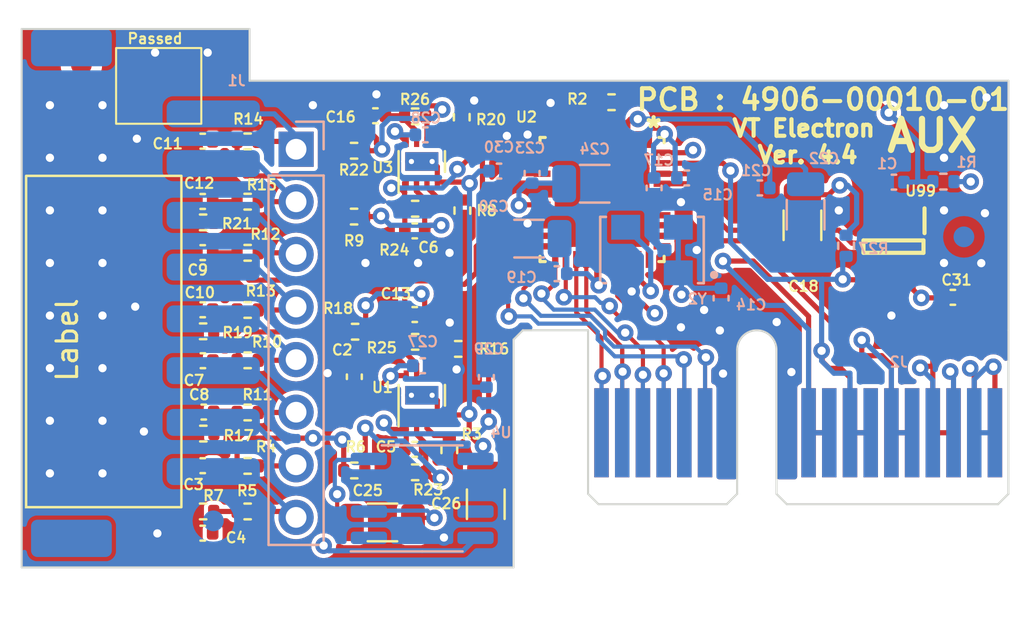
<source format=kicad_pcb>
(kicad_pcb (version 20240108) (generator "pcbnew") (generator_version "8.0")
  (layers (0 "F.Cu" signal) (1 "In1.Cu" signal) (2 "In2.Cu" signal) (31 "B.Cu" signal) (34 "B.Paste" user) (35 "F.Paste" user) (36 "B.SilkS" user "B.Silkscreen") (37 "F.SilkS" user "F.Silkscreen") (38 "B.Mask" user) (39 "F.Mask" user) (44 "Edge.Cuts" user))
  (net 0 "")
  (net 1 "GND")
  (net 2 "+3V3")
  (net 3 "/AVDDOUT")
  (net 4 "/DVDDOUT")
  (net 5 "/REF")
  (net 6 "/IRP")
  (net 7 "/ISP")
  (net 8 "/ITP")
  (net 9 "/INP")
  (net 10 "/UR+")
  (net 11 "/US+")
  (net 12 "/PM1")
  (net 13 "/RSP")
  (net 14 "/RSM")
  (net 15 "/RTP")
  (net 16 "/RTM")
  (net 17 "/RRP")
  (net 18 "/RRM")
  (net 19 "/RNP")
  (net 20 "/RNM")
  (net 21 "/UT+")
  (net 22 "/ADE_Reset")
  (net 23 "/O_IN")
  (net 24 "/O_OUT")
  (net 25 "/IRQ2")
  (net 26 "/IRQ1")
  (net 27 "Net-(U1A--)")
  (net 28 "Net-(U3A--)")
  (net 29 "Net-(U1B--)")
  (net 30 "/SCLK")
  (net 31 "/MISO")
  (net 32 "/MOSI")
  (net 33 "/SS")
  (net 34 "/READY")
  (net 35 "/RN")
  (net 36 "/RT")
  (net 37 "Net-(C4-Pad1)")
  (net 38 "Net-(U3B--)")
  (net 39 "Net-(U1A-+)")
  (net 40 "Net-(C8-Pad1)")
  (net 41 "Net-(C10-Pad1)")
  (net 42 "Net-(C12-Pad1)")
  (net 43 "Net-(U3A-+)")
  (net 44 "Net-(U1B-+)")
  (net 45 "/RS")
  (net 46 "/RR")
  (net 47 "Net-(U3B-+)")
  (net 51 "/UM")
  (net 52 "/C+")
  (net 53 "/UR-")
  (net 54 "/US-")
  (net 55 "/UT-")
  (net 56 "/C-")
  (net 59 "/SYN")
  (footprint "Resistor_SMD:R_0402_1005Metric" (layer "F.Cu") (at -1 -27.39)
    (property "Reference" "R25")
    (property "Value" "137K")
  )
  (footprint "Capacitor_SMD:C_0402_1005Metric" (layer "F.Cu") (at -3.937 -25.7048 90)
    (property "Reference" "C2")
    (property "Value" "100n" (hide yes))
  )
  (footprint "Resistor_SMD:R_0402_1005Metric" (layer "F.Cu") (at -3.9 -27.88 180)
    (property "Reference" "R18")
    (property "Value" "30K")
  )
  (footprint "Resistor_SMD:R_0402_1005Metric" (layer "F.Cu") (at -9.09 -19.2)
    (property "Reference" "R5")
    (property "Value" "0")
  )
  (footprint "Capacitor_SMD:C_0402_1005Metric" (layer "F.Cu") (at -11.26 -37.08 180)
    (property "Reference" "C11")
    (property "Value" "22n")
  )
  (footprint "Capacitor_SMD:C_0402_1005Metric" (layer "F.Cu") (at -1.02 -28.71)
    (property "Reference" "C13")
    (property "Value" "100n")
  )
  (footprint "Capacitor_SMD:C_0402_1005Metric" (layer "F.Cu") (at -11.26 -21.41 180)
    (property "Reference" "C3")
    (property "Value" "22n")
  )
  (footprint "Fiducial:Fiducial_1mm_Mask2mm" (layer "F.Cu") (at 25.908 -27.7622)
    (property "Reference" "FID1" (hide yes))
    (property "Value" "Fiducial" (hide yes))
  )
  (footprint "Resistor_SMD:R_0402_1005Metric" (layer "F.Cu") (at -3.95 -33.44 180)
    (property "Reference" "R9")
    (property "Value" "30K")
  )
  (footprint "Capacitor_SMD:C_1206_3216Metric" (layer "F.Cu") (at 2.41 -19.55 90)
    (property "Reference" "C26")
    (property "Value" "10u" (hide yes))
  )
  (footprint "Resistor_SMD:R_0402_1005Metric" (layer "F.Cu") (at 1.25 -38.24 90)
    (property "Reference" "R20")
    (property "Value" "0")
  )
  (footprint "Capacitor_SMD:C_0402_1005Metric" (layer "F.Cu") (at -11.25 -26.48 180)
    (property "Reference" "C7")
    (property "Value" "22n")
  )
  (footprint "Resistor_SMD:R_0402_1005Metric" (layer "F.Cu") (at -3.94 -21.18 180)
    (property "Reference" "R6")
    (property "Value" "30K")
  )
  (footprint "Resistor_SMD:R_0402_1005Metric" (layer "F.Cu") (at 1.28 -33.73 -90)
    (property "Reference" "R8")
    (property "Value" "0")
  )
  (footprint "Capacitor_SMD:C_0402_1005Metric" (layer "F.Cu") (at -11.26 -18.15 180)
    (property "Reference" "C4")
    (property "Value" "DNP")
  )
  (footprint "Symbol:Eticheta" (layer "F.Cu") (at -16.7894 -27.4066 90)
    (property "Reference" "TP1" (hide yes))
    (property "Value" "Eticheta" (hide yes))
  )
  (footprint "Fiducial:Fiducial_1mm_Mask2mm" (layer "F.Cu") (at -17.1196 -40.767)
    (property "Reference" "FID4" (hide yes))
    (property "Value" "Fiducial" (hide yes))
  )
  (footprint "Resistor_SMD:R_0402_1005Metric" (layer "F.Cu") (at -1 -38.28)
    (property "Reference" "R26")
    (property "Value" "137K")
  )
  (footprint "Capacitor_SMD:C_0402_1005Metric" (layer "F.Cu") (at -2.92 -38.31 180)
    (property "Reference" "C16")
    (property "Value" "100n")
  )
  (footprint "Resistor_SMD:R_0402_1005Metric" (layer "F.Cu") (at -9.09 -21.4)
    (property "Reference" "R4")
    (property "Value" "100")
  )
  (footprint "Capacitor_SMD:C_0402_1005Metric" (layer "F.Cu") (at -11.26 -34.17 180)
    (property "Reference" "C12")
    (property "Value" "DNP")
  )
  (footprint "Resistor_SMD:R_0402_1005Metric" (layer "F.Cu") (at -9.09 -23.98)
    (property "Reference" "R11")
    (property "Value" "0")
  )
  (footprint "Resistor_SMD:R_0402_1005Metric" (layer "F.Cu") (at -1 -33.82)
    (property "Reference" "R24")
    (property "Value" "137K")
  )
  (footprint "Resistor_SMD:R_0402_1005Metric" (layer "F.Cu") (at -9.09 -37.07)
    (property "Reference" "R14")
    (property "Value" "100")
  )
  (footprint "Resistor_SMD:R_0402_1005Metric" (layer "F.Cu") (at -1 -21.09)
    (property "Reference" "R23")
    (property "Value" "137K")
  )
  (footprint "Capacitor_SMD:C_1206_3216Metric" (layer "F.Cu") (at 17.7038 -33.02 -90)
    (property "Reference" "C18")
    (property "Value" "10u")
  )
  (footprint "Resistor_SMD:R_0402_1005Metric" (layer "F.Cu") (at -9.09 -26.5)
    (property "Reference" "R10")
    (property "Value" "100")
  )
  (footprint "Resistor_SMD:R_0402_1005Metric" (layer "F.Cu") (at -9.09 -34.16)
    (property "Reference" "R15")
    (property "Value" "0")
  )
  (footprint "Resistor_SMD:R_0402_1005Metric" (layer "F.Cu") (at -11.24 -33.16 180)
    (property "Reference" "R21")
    (property "Value" "0")
  )
  (footprint "Capacitor_SMD:C_0402_1005Metric" (layer "F.Cu") (at -1.02 -32.75)
    (property "Reference" "C6")
    (property "Value" "100n")
  )
  (footprint "Resistor_SMD:R_0402_1005Metric" (layer "F.Cu") (at -11.23 -22.96 180)
    (property "Reference" "R17")
    (property "Value" "0")
  )
  (footprint "Resistor_SMD:R_0402_1005Metric" (layer "F.Cu") (at -11.24 -19.2 180)
    (property "Reference" "R7")
    (property "Value" "0")
  )
  (footprint "Package_SON:WSON-8-1EP_2x2mm_P0.5mm_EP0.9x1.6mm_ThermalVias" (layer "F.Cu") (at -0.68 -36.1 90)
    (property "Reference" "U3")
    (property "Value" "TLV2186IDSGR" (hide yes))
  )
  (footprint "Capacitor_SMD:C_0402_1005Metric" (layer "F.Cu") (at -11.26 -31.7 180)
    (property "Reference" "C9")
    (property "Value" "22n")
  )
  (footprint "Capacitor_SMD:C_0402_1005Metric" (layer "F.Cu") (at -11.26 -28.94 180)
    (property "Reference" "C10")
    (property "Value" "DNP")
  )
  (footprint "Resistor_SMD:R_0402_1005Metric" (layer "F.Cu") (at 1.08 -27.05)
    (property "Reference" "R16")
    (property "Value" "0")
  )
  (footprint "Package_QFP:ADE9430" (layer "F.Cu") (at 8.0264 -34.2646 -90)
    (property "Reference" "U2")
    (property "Value" "ADE9430")
  )
  (footprint "Capacitor_SMD:C_0402_1005Metric" (layer "F.Cu") (at -1.02 -22.2)
    (property "Reference" "C5")
    (property "Value" "100n")
  )
  (footprint "Resistor_SMD:R_0402_1005Metric" (layer "F.Cu") (at -3.95 -36.62 180)
    (property "Reference" "R22")
    (property "Value" "30K")
  )
  (footprint "Resistor_SMD:R_0402_1005Metric" (layer "F.Cu") (at -9.09 -31.69)
    (property "Reference" "R12")
    (property "Value" "100")
  )
  (footprint "Package_SON:WSON-8-1EP_2x2mm_P0.5mm_EP0.9x1.6mm_ThermalVias" (layer "F.Cu") (at -0.68 -24.81 90)
    (property "Reference" "U1")
    (property "Value" "TLV2186IDSGR")
  )
  (footprint "Resistor_SMD:R_0402_1005Metric" (layer "F.Cu") (at 0.65 -22.17 -90)
    (property "Reference" "R3")
    (property "Value" "0")
  )
  (footprint "Resistor_SMD:R_0402_1005Metric" (layer "F.Cu") (at -11.24 -27.9 180)
    (property "Reference" "R19")
    (property "Value" "0")
  )
  (footprint "Resistor_SMD:R_0402_1005Metric" (layer "F.Cu") (at 8.4836 -38.9636 180)
    (property "Reference" "R2")
    (property "Value" "1k" (hide yes))
  )
  (footprint "Capacitor_SMD:C_0402_1005Metric" (layer "F.Cu") (at 24.9682 -29.5402 180)
    (property "Reference" "C31")
    (property "Value" "100n" (hide yes))
  )
  (footprint "Resistor_SMD:R_0402_1005Metric" (layer "F.Cu") (at -9.09 -28.93)
    (property "Reference" "R13")
    (property "Value" "0")
  )
  (footprint "Capacitor_SMD:C_1206_3216Metric" (layer "F.Cu") (at -2.58 -18.67 180)
    (property "Reference" "C25")
    (property "Value" "10u" (hide yes))
  )
  (footprint "Buffer3S:Buffer3S" (layer "F.Cu") (at 22.1 -31.99 -90)
    (property "Reference" "U99")
    (property "Value" "NC7SZ126M5X" (hide yes))
  )
  (footprint "Capacitor_SMD:C_0402_1005Metric" (layer "F.Cu") (at -11.21 -24 180)
    (property "Reference" "C8")
    (property "Value" "DNP")
  )
  (footprint "Fiducial:Fiducial_1mm_Mask2mm" (layer "B.Cu") (at -10.7442 -18.7452 180)
    (property "Reference" "FID3" (hide yes))
    (property "Value" "Fiducial" (hide yes))
  )
  (footprint "Capacitor_SMD:C_1206_3216Metric" (layer "B.Cu") (at 4.5 -32.375 180)
    (property "Reference" "C20")
    (property "Value" "10u")
  )
  (footprint "Oscillator:OSC_ECS-5032MV-245.7-BN-TR" (layer "B.Cu") (at 10.4375 -31.825 180)
    (property "Reference" "Y2")
    (property "Value" "ECS-5032MV-245.7-BN-TR")
  )
  (footprint "Connector_JST:A2501-SR08-XH8AWB" (layer "B.Cu") (at -14.35 -29.75 90)
    (property "Reference" "J1")
    (property "Value" "MUAS100-8-C-E")
  )
  (footprint "Connector_PinHeader_2.54mm:PinHeader_1x08_P2.54mm_Vertical" (layer "B.Cu") (at -6.7502 -36.69298 180)
    (property "Reference" "J15" (hide yes))
    (property "Value" "MUAS100-8-C-E")
  )
  (footprint "Capacitor_SMD:C_0402_1005Metric" (layer "B.Cu") (at -0.508 -37.3888 180)
    (property "Reference" "C28")
    (property "Value" "100n" (hide yes))
  )
  (footprint "Capacitor_SMD:C_0402_1005Metric" (layer "B.Cu") (at 3.0506 -35.6362 180)
    (property "Reference" "C30")
    (property "Value" "100n" (hide yes))
  )
  (footprint "Capacitor_SMD:C_0402_1005Metric" (layer "B.Cu") (at 4.6482 -35.5346 90)
    (property "Reference" "C23")
    (property "Value" "100n")
  )
  (footprint "Capacitor_SMD:C_0402_1005Metric" (layer "B.Cu") (at 12.1184 -35.306)
    (property "Reference" "C15")
    (property "Value" "100n" (hide yes))
  )
  (footprint "Resistor_SMD:R_0402_1005Metric" (layer "B.Cu") (at 24.511 -35.1282)
    (property "Reference" "R1")
    (property "Value" "1k")
  )
  (footprint "Capacitor_SMD:C_1206_3216Metric" (layer "B.Cu") (at 17.8562 -33.528 -90)
    (property "Reference" "C22")
    (property "Value" "10u")
  )
  (footprint "Capacitor_SMD:C_0402_1005Metric" (layer "B.Cu") (at -0.6324 -26.2382 180)
    (property "Reference" "C27")
    (property "Value" "100n" (hide yes))
  )
  (footprint "Capacitor_SMD:C_0402_1005Metric" (layer "B.Cu") (at 22.1234 -35.1028 180)
    (property "Reference" "C1")
    (property "Value" "22n")
  )
  (footprint "Connector_PCBEdge:BUS_PCIexpress_x1" (layer "B.Cu") (at 27 -23 180)
    (property "Reference" "J2")
    (property "Value" "Bus_PCI_Express_x1_MOD")
    (fp_line (start 19.65 4.95) (end 19.65 -2.95) (stroke (width 0.1)) (layer "Edge.Cuts"))
    (fp_line (start 19.65 -2.95) (end 19.15 -3.45) (stroke (width 0.1)) (layer "Edge.Cuts"))
    (fp_line (start 12.95 -3.45) (end 19.15 -3.45) (stroke (width 0.1)) (layer "Edge.Cuts"))
    (fp_line (start 12.45 4) (end 12.45 -2.95) (stroke (width 0.1)) (layer "Edge.Cuts"))
    (fp_line (start 12.45 -2.95) (end 12.95 -3.45) (stroke (width 0.1)) (layer "Edge.Cuts"))
    (fp_line (start 10.55 4) (end 10.55 -2.95) (stroke (width 0.1)) (layer "Edge.Cuts"))
    (fp_line (start 10.55 -2.95) (end 10.05 -3.45) (stroke (width 0.1)) (layer "Edge.Cuts"))
    (fp_line (start -0.15 -3.45) (end 10.05 -3.45) (stroke (width 0.1)) (layer "Edge.Cuts"))
    (fp_line (start -0.65 4.95) (end -0.65 -2.95) (stroke (width 0.1)) (layer "Edge.Cuts"))
    (fp_line (start -0.65 -2.95) (end -0.15 -3.45) (stroke (width 0.1)) (layer "Edge.Cuts"))
    (fp_arc (start 12.45 4) (mid 11.5 4.95) (end 10.55 4) (stroke (width 0.1)) (layer "Edge.Cuts"))
  )
  (footprint "Capacitor_SMD:C_0402_1005Metric" (layer "B.Cu") (at 10.541 -34.8234 -90)
    (property "Reference" "C17")
    (property "Value" "100n")
  )
  (footprint "Capacitor_SMD:C_0402_1005Metric" (layer "B.Cu") (at 13.775 -29.5 -90)
    (property "Reference" "C14")
    (property "Value" "100n")
  )
  (footprint "Resistor_SMD:R_0402_1005Metric" (layer "B.Cu") (at 19.812 -32.0294 -90)
    (property "Reference" "R27")
    (property "Value" "30K" (hide yes))
  )
  (footprint "Capacitor_SMD:C_0402_1005Metric" (layer "B.Cu") (at 2.4384 -25.6794 -90)
    (property "Reference" "C29")
    (property "Value" "100n" (hide yes))
  )
  (footprint "Capacitor_SMD:C_0402_1005Metric" (layer "B.Cu") (at 5.842 -30.6832 180)
    (property "Reference" "C19")
    (property "Value" "100n")
  )
  (footprint "Package_SO:SO-8_3.9x4.9mm_P1.27mm" (layer "B.Cu") (at -0.66 -19.83)
    (property "Reference" "U4")
    (property "Value" "MC7660DR2")
  )
  (footprint "Fiducial:Fiducial_1mm_Mask2mm" (layer "B.Cu") (at 25.5016 -32.4612 180)
    (property "Reference" "FID2" (hide yes))
    (property "Value" "Fiducial" (hide yes))
  )
  (footprint "Capacitor_SMD:C_1206_3216Metric" (layer "B.Cu") (at 7.6708 -35.0266)
    (property "Reference" "C24")
    (property "Value" "10u")
  )
  (footprint "Capacitor_SMD:C_0402_1005Metric" (layer "B.Cu") (at 15.6464 -34.8234 180)
    (property "Reference" "C21")
    (property "Value" "100n")
  )
  (gr_rect (start -15.4432 -41.5798) (end -11.3284 -37.9222) (stroke (width 0.1)) (fill none) (layer "F.SilkS"))
  (gr_line (start 3.8 -27.55) (end 4.2 -27.95) (stroke (width 0.1)) (layer "Edge.Cuts"))
  (gr_line (start -20 -42.5) (end -20 -16.5) (stroke (width 0.1)) (layer "Edge.Cuts"))
  (gr_line (start 27.65 -27.95) (end 27.65 -40) (stroke (width 0.1)) (layer "Edge.Cuts"))
  (gr_line (start -9 -42.5) (end -20 -42.5) (stroke (width 0.1)) (layer "Edge.Cuts"))
  (gr_line (start -20 -16.5) (end 3.75 -16.5) (stroke (width 0.1)) (layer "Edge.Cuts"))
  (gr_line (start -9 -40) (end 27.65 -40) (stroke (width 0.1)) (layer "Edge.Cuts"))
  (gr_line (start -9 -42.5) (end -9 -40) (stroke (width 0.1)) (layer "Edge.Cuts"))
  (gr_line (start 7.35 -27.95) (end 4.2 -27.95) (stroke (width 0.1)) (layer "Edge.Cuts"))
  (gr_line (start 3.75 -27.5) (end 3.75 -16.5) (stroke (width 0.1)) (layer "Edge.Cuts"))
  (gr_line (start 3.8 -27.55) (end 3.75 -27.5) (stroke (width 0.1)) (layer "Edge.Cuts"))
  (gr_text "AUX\n" (at 23.9776 -37.338 0) (layer "F.SilkS") (effects (font (size 1.5 1.5) (thickness 0.3))))
  (gr_text "VT Electron\n  Ver. 4.4" (at 14.224 -37.0586 0) (layer "F.SilkS") (effects (font (size 0.8 0.8) (thickness 0.2)) (justify left)))
  (gr_text "*" (at 10.5156 -37.6936 0) (layer "F.SilkS") (effects (font (size 1 1) (thickness 0.2)) (justify mirror)))
  (gr_text "PCB : 4906-00010-01" (at 18.6944 -39.0906 0) (layer "F.SilkS") (effects (font (size 1 1) (thickness 0.2))))
  (gr_text "Label\n" (at -17.8054 -27.4828 90) (layer "F.SilkS") (effects (font (size 1 1))))
  (gr_text "Passed" (at -13.5636 -42.037 0) (layer "F.SilkS") (effects (font (size 0.5 0.5) (thickness 0.1))))
  (segment (start 0.39 -17.94) (end 2.275 -17.94) (width 0.25) (layer "F.Cu") (net 1))
  (segment (start 5.1308 -33.02) (end 4.4196 -33.02) (width 0.25) (layer "F.Cu") (net 1))
  (segment (start 1.38 -28.32) (end 0.67 -28.32) (width 0.25) (layer "F.Cu") (net 1))
  (segment (start -11.69 -24) (end -11.69 -23.01) (width 0.25) (layer "F.Cu") (net 1))
  (segment (start 9.271 -33.02) (end 8.0264 -34.2646) (width 0.25) (layer "F.Cu") (net 1))
  (segment (start -11.75 -33.16) (end -11.75 -34.16) (width 0.25) (layer "F.Cu") (net 1))
  (segment (start 4.4196 -33.102647) (end 4.428453 -33.1115) (width 0.25) (layer "F.Cu") (net 1))
  (segment (start -13.44 -18.15) (end -13.45 -18.14) (width 0.25) (layer "F.Cu") (net 1))
  (segment (start -11.73 -27.88) (end -11.75 -27.9) (width 0.25) (layer "F.Cu") (net 1))
  (segment (start 8.7884 -37.1602) (end 8.7884 -35.0266) (width 0.25) (layer "F.Cu") (net 1))
  (segment (start 6.7818 -37.986704) (end 6.7818 -37.1602) (width 0.25) (layer "F.Cu") (net 1))
  (segment (start 0.94 -18.49) (end 0.39 -17.94) (width 0.25) (layer "F.Cu") (net 1))
  (segment (start 1.69 -39.19) (end 1.85 -39.19) (width 0.25) (layer "F.Cu") (net 1))
  (segment (start 5.1308 -33.02) (end 6.7818 -33.02) (width 0.25) (layer "F.Cu") (net 1))
  (segment (start 6.2738 -36.0172) (end 8.0264 -34.2646) (width 0.25) (layer "F.Cu") (net 1))
  (segment (start 8.2804 -34.0106) (end 8.0264 -34.2646) (width 0.25) (layer "F.Cu") (net 1))
  (segment (start -11.74 -31.7) (end -11.74 -33.15) (width 0.25) (layer "F.Cu") (net 1))
  (segment (start 8.7884 -35.0266) (end 8.0264 -34.2646) (width 0.25) (layer "F.Cu") (net 1))
  (segment (start 9.457677 -29.842323) (end 9.271 -30.029) (width 0.25) (layer "F.Cu") (net 1))
  (segment (start -11.74 -34.17) (end -11.74 -37.08) (width 0.25) (layer "F.Cu") (net 1))
  (segment (start -14 -22.96) (end -14.1 -23.06) (width 0.25) (layer "F.Cu") (net 1))
  (segment (start -5.23 -25.9358) (end -4.981 -26.1848) (width 0.25) (layer "F.Cu") (net 1))
  (segment (start -11.69 -23.01) (end -11.74 -22.96) (width 0.25) (layer "F.Cu") (net 1))
  (segment (start 1.28 -33.22) (end 1.28 -32.31) (width 0.25) (layer "F.Cu") (net 1))
  (segment (start 9.779 -36.0172) (end 8.0264 -34.2646) (width 0.25) (layer "F.Cu") (net 1))
  (segment (start 2.275 -17.94) (end 2.41 -18.075) (width 0.25) (layer "F.Cu") (net 1))
  (segment (start -11.74 -19.21) (end -11.75 -19.2) (width 0.25) (layer "F.Cu") (net 1))
  (segment (start 5.84 -38.93) (end 5.54 -38.93) (width 0.25) (layer "F.Cu") (net 1))
  (segment (start 1.59 -27.05) (end 1.59 -28.11) (width 0.25) (layer "F.Cu") (net 1))
  (segment (start 6.118504 -38.651496) (end 5.84 -38.93) (width 0.25) (layer "F.Cu") (net 1))
  (segment (start 1.59 -27.05) (end 1.59 -26.58) (width 0.25) (layer "F.Cu") (net 1))
  (segment (start 17 -23) (end 17 -25.763) (width 0.25) (layer "F.Cu") (net 1))
  (segment (start -11.74 -22.96) (end -14 -22.96) (width 0.25) (layer "F.Cu") (net 1))
  (segment (start 0.94 -21) (end 0.94 -18.49) (width 0.25) (layer "F.Cu") (net 1))
  (segment (start 14 -23) (end 14 -25.7256) (width 0.25) (layer "F.Cu") (net 1))
  (segment (start 4.4196 -33.02) (end 4.4196 -33.102647) (width 0.25) (layer "F.Cu") (net 1))
  (segment (start 9.271 -31.369) (end 9.271 -33.02) (width 0.25) (layer "F.Cu") (net 1))
  (segment (start 8.7884 -37.1602) (end 8.7884 -38.7584) (width 0.25) (layer "F.Cu") (net 1))
  (segment (start 17 -25.763) (end 17.1704 -25.9334) (width 0.25) (layer "F.Cu") (net 1))
  (segment (start 9.271 -30.029) (end 9.271 -31.369) (width 0.25) (layer "F.Cu") (net 1))
  (segment (start 5.1308 -33.5026) (end 7.2644 -33.5026) (width 0.25) (layer "F.Cu") (net 1))
  (segment (start 0.65 -21.66) (end 0.65 -21.287693) (width 0.25) (layer "F.Cu") (net 1))
  (segment (start 9.779 -37.1602) (end 9.779 -36.0172) (width 0.25) (layer "F.Cu") (net 1))
  (segment (start 8.7884 -38.7584) (end 8.9936 -38.9636) (width 0.25) (layer "F.Cu") (net 1))
  (segment (start 6.118504 -38.65) (end 6.118504 -38.651496) (width 0.25) (layer "F.Cu") (net 1))
  (segment (start 4.6698 -37.1602) (end 4.43 -37.4) (width 0.25) (layer "F.Cu") (net 1))
  (segment (start -11.69 -24) (end -11.69 -26.44) (width 0.25) (layer "F.Cu") (net 1))
  (segment (start -11.75 -27.9) (end -11.75 -28.93) (width 0.25) (layer "F.Cu") (net 1))
  (segment (start 5.1308 -34.5186) (end 7.7724 -34.5186) (width 0.25) (layer "F.Cu") (net 1))
  (segment (start -11.74 -37.08) (end -14.32 -37.08) (width 0.25) (layer "F.Cu") (net 1))
  (segment (start -4.981 -26.1848) (end -3.937 -26.1848) (width 0.25) (layer "F.Cu") (net 1))
  (segment (start 1.85 -39.19) (end 1.85 -39.0455) (width 0.25) (layer "F.Cu") (net 1))
  (segment (start -11.69 -26.44) (end -11.73 -26.48) (width 0.25) (layer "F.Cu") (net 1))
  (segment (start 1.59 -28.11) (end 1.38 -28.32) (width 0.25) (layer "F.Cu") (net 1))
  (segment (start -11.75 -19.2) (end -11.75 -18.16) (width 0.25) (layer "F.Cu") (net 1))
  (segment (start 8.2804 -31.369) (end 8.2804 -34.0106) (width 0.25) (layer "F.Cu") (net 1))
  (segment (start -11.74 -21.41) (end -11.74 -19.21) (width 0.25) (layer "F.Cu") (net 1))
  (segment (start 5.7658 -37.1602) (end 4.6698 -37.1602) (width 0.25) (layer "F.Cu") (net 1))
  (segment (start 1.59 -26.58) (end 1.07 -26.06) (width 0.25) (layer "F.Cu") (net 1))
  (segment (start -11.73 -26.48) (end -11.73 -27.88) (width 0.25) (layer "F.Cu") (net 1))
  (segment (start 0.937693 -21) (end 0.94 -21) (width 0.25) (layer "F.Cu") (net 1))
  (segment (start -11.75 -28.93) (end -11.74 -28.94) (width 0.25) (layer "F.Cu") (net 1))
  (segment (start 7.2644 -35.0266) (end 8.0264 -34.2646) (width 0.25) (layer "F.Cu") (net 1))
  (segment (start 6.7818 -33.02) (end 8.0264 -34.2646) (width 0.25) (layer "F.Cu") (net 1))
  (segment (start -11.75 -34.16) (end -11.74 -34.17) (width 0.25) (layer "F.Cu") (net 1))
  (segment (start -11.74 -33.15) (end -11.75 -33.16) (width 0.25) (layer "F.Cu") (net 1))
  (segment (start -11.74 -22.96) (end -11.74 -21.41) (width 0.25) (layer "F.Cu") (net 1))
  (segment (start 0.65 -21.287693) (end 0.937693 -21) (width 0.25) (layer "F.Cu") (net 1))
  (segment (start 6.118504 -38.65) (end 6.7818 -37.986704) (width 0.25) (layer "F.Cu") (net 1))
  (segment (start -11.75 -18.16) (end -11.74 -18.15) (width 0.25) (layer "F.Cu") (net 1))
  (segment (start 14 -25.7256) (end 13.8684 -25.8572) (width 0.25) (layer "F.Cu") (net 1))
  (segment (start 1.07 -26.06) (end 1.001 -26.06) (width 0.25) (layer "F.Cu") (net 1))
  (segment (start 7.7724 -34.5186) (end 8.0264 -34.2646) (width 0.25) (layer "F.Cu") (net 1))
  (segment (start 5.1308 -35.0266) (end 7.2644 -35.0266) (width 0.25) (layer "F.Cu") (net 1))
  (segment (start -14.37 -28.94) (end -14.52 -29.09) (width 0.25) (layer "F.Cu") (net 1))
  (segment (start 9.457677 -29.8255) (end 9.457677 -29.842323) (width 0.25) (layer "F.Cu") (net 1))
  (segment (start -11.74 -28.94) (end -11.74 -31.7) (width 0.25) (layer "F.Cu") (net 1))
  (segment (start 1.28 -32.31) (end 0.66 -31.69) (width 0.25) (layer "F.Cu") (net 1))
  (segment (start -5.23 -25.88) (end -5.23 -25.9358) (width 0.25) (layer "F.Cu") (net 1))
  (segment (start 1.25 -38.75) (end 1.69 -39.19) (width 0.25) (layer "F.Cu") (net 1))
  (segment (start -11.74 -28.94) (end -14.37 -28.94) (width 0.25) (layer "F.Cu") (net 1))
  (segment (start -14.32 -37.08) (end -14.44 -37.2) (width 0.25) (layer "F.Cu") (net 1))
  (segment (start 5.1308 -36.0172) (end 6.2738 -36.0172) (width 0.25) (layer "F.Cu") (net 1))
  (segment (start -11.74 -18.15) (end -13.44 -18.15) (width 0.25) (layer "F.Cu") (net 1))
  (via (at -11.02 -41.36) (size 0.8) (drill 0.4) (layers "F.Cu" "B.Cu") (net 1))
  (via (at 26.5938 -39.1922) (size 0.8) (drill 0.4) (layers "F.Cu" "B.Cu") (net 1))
  (via (at -18.64 -36.28) (size 0.8) (drill 0.4) (layers "F.Cu" "B.Cu") (net 1))
  (via (at -16.1 -33.74) (size 0.8) (drill 0.4) (layers "F.Cu" "B.Cu") (net 1))
  (via (at 16.4592 -28.3464) (size 0.8) (drill 0.4) (layers "F.Cu" "B.Cu") (net 1))
  (via (at -5.94 -38.82) (size 0.8) (drill 0.4) (layers "F.Cu" "B.Cu") (net 1))
  (via (at 4.43 -37.4) (size 0.8) (drill 0.4) (layers "F.Cu" "B.Cu") (net 1))
  (via (at -3.4 -31.2) (size 0.8) (drill 0.4) (layers "F.Cu" "B.Cu") (net 1))
  (via (at -14.44 -37.2) (size 0.8) (drill 0.4) (layers "F.Cu" "B.Cu") (net 1))
  (via (at -14.1 -23.06) (size 0.8) (drill 0.4) (layers "F.Cu" "B.Cu") (net 1))
  (via (at -18.64 -28.66) (size 0.8) (drill 0.4) (layers "F.Cu" "B.Cu") (net 1))
  (via (at 24.54 -33.74) (size 0.8) (drill 0.4) (layers "F.Cu" "B.Cu") (net 1))
  (via (at -18.64 -26.12) (size 0.8) (drill 0.4) (layers "F.Cu" "B.Cu") (net 1))
  (via (at 26.3398 -31.1912) (size 0.8) (drill 0.4) (layers "F.Cu" "B.Cu") (net 1))
  (via (at 4.428453 -33.1115) (size 0.8) (drill 0.4) (layers "F.Cu" "B.Cu") (net 1))
  (via (at 17.1704 -25.9334) (size 0.8) (drill 0.4) (layers "F.Cu" "B.Cu") (net 1))
  (via (at -16.1 -36.28) (size 0.8) (drill 0.4) (layers "F.Cu" "B.Cu") (net 1))
  (via (at -13.45 -18.14) (size 0.8) (drill 0.4) (layers "F.Cu" "B.Cu") (net 1))
  (via (at -16.1 -23.58) (size 0.8) (drill 0.4) (layers "F.Cu" "B.Cu") (net 1))
  (via (at 24.54 -38.82) (size 0.8) (drill 0.4) (layers "F.Cu" "B.Cu") (net 1))
  (via (at 0.39 -17.94) (size 0.8) (drill 0.4) (layers "F.Cu" "B.Cu") (net 1))
  (via (at 9.457677 -29.8255) (size 0.8) (drill 0.4) (layers "F.Cu" "B.Cu") (net 1))
  (via (at 13.716 -27.94) (size 0.8) (drill 0.4) (layers "F.Cu" "B.Cu") (net 1))
  (via (at -16.1 -38.82) (size 0.8) (drill 0.4) (layers "F.Cu" "B.Cu") (net 1))
  (via (at 5.54 -38.93) (size 0.8) (drill 0.4) (layers "F.Cu" "B.Cu") (net 1))
  (via (at -13.56 -41.36) (size 0.8) (drill 0.4) (layers "F.Cu" "B.Cu") (net 1))
  (via (at -18.64 -31.2) (size 0.8) (drill 0.4) (layers "F.Cu" "B.Cu") (net 1))
  (via (at 22 -28.66) (size 0.8) (drill 0.4) (layers "F.Cu" "B.Cu") (net 1))
  (via (at 24.54 -36.28) (size 0.8) (drill 0.4) (layers "F.Cu" "B.Cu") (net 1))
  (via (at -16.1 -31.2) (size 0.8) (drill 0.4) (layers "F.Cu" "B.Cu") (net 1))
  (via (at -18.64 -21.04) (size 0.8) (drill 0.4) (layers "F.Cu" "B.Cu") (net 1))
  (via (at -2.8702 -39.3446) (size 0.8) (drill 0.4) (layers "F.Cu" "B.Cu") (net 1))
  (via (at 12.5984 -31.8262) (size 0.8) (drill 0.4) (layers "F.Cu" "B.Cu") (net 1))
  (via (at -16.1 -26.12) (size 0.8) (drill 0.4) (layers "F.Cu" "B.Cu") (net 1))
  (via (at 13.8684 -25.8572) (size 0.8) (drill 0.4) (layers "F.Cu" "B.Cu") (net 1))
  (via (at 24.54 -31.2) (size 0.8) (drill 0.4) (layers "F.Cu" "B.Cu") (net 1))
  (via (at 11.8364 -28.0924) (size 0.8) (drill 0.4) (layers "F.Cu" "B.Cu") (net 1))
  (via (at -18.64 -33.74) (size 0.8) (drill 0.4) (layers "F.Cu" "B.Cu") (net 1))
  (via (at 12.954 -28.9306) (size 0.8) (drill 0.4) (layers "F.Cu" "B.Cu") (net 1))
  (via (at 1.001 -26.06) (size 0.8) (drill 0.4) (layers "F.Cu" "B.Cu") (net 1))
  (via (at 3.429 -37.338) (size 0.8) (drill 0.4) (layers "F.Cu" "B.Cu") (net 1))
  (via (at 0.67 -28.32) (size 0.8) (drill 0.4) (layers "F.Cu" "B.Cu") (net 1))
  (via (at -16.1 -21.04) (size 0.8) (drill 0.4) (layers "F.Cu" "B.Cu") (net 1))
  (via (at 19.46 -33.74) (size 0.8) (drill 0.4) (layers "F.Cu" "B.Cu") (net 1))
  (via (at 11.8364 -34.1376) (size 0.8) (drill 0.4) (layers "F.Cu" "B.Cu") (net 1))
  (via (at -5.23 -25.88) (size 0.8) (drill 0.4) (layers "F.Cu" "B.Cu") (net 1))
  (via (at 0.66 -31.69) (size 0.8) (drill 0.4) (layers "F.Cu" "B.Cu") (net 1))
  (via (at -18.64 -38.82) (size 0.8) (drill 0.4) (layers "F.Cu" "B.Cu") (net 1))
  (via (at -16.1 -28.66) (size 0.8) (drill 0.4) (layers "F.Cu" "B.Cu") (net 1))
  (via (at -0.86 -31.2) (size 0.8) (drill 0.4) (layers "F.Cu" "B.Cu") (net 1))
  (via (at 1.85 -39.0455) (size 0.8) (drill 0.4) (layers "F.Cu" "B.Cu") (net 1))
  (via (at -18.64 -23.58) (size 0.8) (drill 0.4) (layers "F.Cu" "B.Cu") (net 1))
  (via (at 26.5176 -33.6042) (size 0.8) (drill 0.4) (layers "F.Cu" "B.Cu") (net 1))
  (via (at -14.52 -29.09) (size 0.8) (drill 0.4) (layers "F.Cu" "B.Cu") (net 1))
  (segment (start 3.0506 -26.1594) (end 2.4384 -26.1594) (width 0.25) (layer "B.Cu") (net 1))
  (segment (start 3.3528 -20.9042) (end 3.3528 -25.8572) (width 0.25) (layer "B.Cu") (net 1))
  (segment (start 3.3528 -25.8572) (end 3.0506 -26.1594) (width 0.25) (layer "B.Cu") (net 1))
  (segment (start 13.775 -29.02) (end 13.0434 -29.02) (width 0.25) (layer "B.Cu") (net 1))
  (segment (start 9.1675 -30.725) (end 9.1675 -30.115677) (width 0.25) (layer "B.Cu") (net 1))
  (segment (start 2.9136 -20.465) (end 3.3528 -20.9042) (width 0.25) (layer "B.Cu") (net 1))
  (segment (start 17 -23) (end 17 -25.763) (width 0.25) (layer "B.Cu") (net 1))
  (segment (start 3.025 -32.375) (end 3.691953 -32.375) (width 0.25) (layer "B.Cu") (net 1))
  (segment (start 14 -23) (end 14 -25.7256) (width 0.25) (layer "B.Cu") (net 1))
  (segment (start -0.1524 -26.2382) (end 0.8228 -26.2382) (width 0.25) (layer "B.Cu") (net 1))
  (segment (start 1.915 -20.465) (end 2.9136 -20.465) (width 0.25) (layer "B.Cu") (net 1))
  (segment (start 13.0434 -29.02) (end 12.954 -28.9306) (width 0.25) (layer "B.Cu") (net 1))
  (segment (start 5.616 -30.7086) (end 5.616 -30.5028) (width 0.25) (layer "B.Cu") (net 1))
  (segment (start 14 -25.7256) (end 13.8684 -25.8572) (width 0.25) (layer "B.Cu") (net 1))
  (segment (start 17 -25.763) (end 17.1704 -25.9334) (width 0.25) (layer "B.Cu") (net 1))
  (segment (start 3.691953 -32.375) (end 4.428453 -33.1115) (width 0.25) (layer "B.Cu") (net 1))
  (segment (start 9.1675 -30.925) (end 9.3 -30.925) (width 0.25) (layer "B.Cu") (net 1))
  (segment (start 0.8228 -26.2382) (end 1.001 -26.06) (width 0.25) (layer "B.Cu") (net 1))
  (segment (start 27 -23.55) (end 27 -26.1114) (width 0.25) (layer "F.Cu") (net 2))
  (segment (start -3.937 -25.2248) (end -2.7052 -25.2248) (width 0.25) (layer "F.Cu") (net 2))
  (segment (start -1.43 -25.76) (end -2.17 -25.76) (width 0.25) (layer "F.Cu") (net 2))
  (segment (start 23.05 -29.909) (end 23.4442 -29.5148) (width 0.25) (layer "F.Cu") (net 2))
  (segment (start 24.4628 -29.5148) (end 24.4882 -29.5402) (width 0.25) (layer "F.Cu") (net 2))
  (segment (start 23.4442 -29.5148) (end 24.4628 -29.5148) (width 0.25) (layer "F.Cu") (net 2))
  (segment (start 10.575 -28.775) (end 10.445 -28.775) (width 0.25) (layer "F.Cu") (net 2))
  (segment (start 8.7884 -29.6116) (end 8.7884 -31.369) (width 0.25) (layer "F.Cu") (net 2))
  (segment (start 26 -23) (end 26 -25.9176) (width 0.25) (layer "F.Cu") (net 2))
  (segment (start 19.2532 -34.7726) (end 19.431 -34.9504) (width 0.25) (layer "F.Cu") (net 2))
  (segment (start 10.287 -37.6174) (end 10.3759 -37.7063) (width 0.25) (layer "F.Cu") (net 2))
  (segment (start 9.21 -29.19) (end 8.7884 -29.6116) (width 0.25) (layer "F.Cu") (net 2))
  (segment (start 10.445 -28.775) (end 10.03 -29.19) (width 0.25) (layer "F.Cu") (net 2))
  (segment (start 26 -25.9176) (end 25.8064 -26.1112) (width 0.25) (layer "F.Cu") (net 2))
  (segment (start -1.9755 -37.553372) (end -1.933372 -37.553372) (width 0.25) (layer "F.Cu") (net 2))
  (segment (start 27 -26.1114) (end 26.924 -26.1874) (width 0.25) (layer "F.Cu") (net 2))
  (segment (start 10.287 -37.1602) (end 10.287 -37.6174) (width 0.25) (layer "F.Cu") (net 2))
  (segment (start 17.7038 -34.495) (end 18.9756 -34.495) (width 0.25) (layer "F.Cu") (net 2))
  (segment (start -2.17 -25.76) (end -2.19 -25.74) (width 0.25) (layer "F.Cu") (net 2))
  (segment (start -1.933372 -37.553372) (end -1.43 -37.05) (width 0.25) (layer "F.Cu") (net 2))
  (segment (start 23.05 -30.74) (end 23.05 -29.909) (width 0.25) (layer "F.Cu") (net 2))
  (segment (start 10.7687 -37.7063) (end 10.3759 -37.7063) (width 0.25) (layer "F.Cu") (net 2))
  (segment (start 18.9756 -34.495) (end 19.2532 -34.7726) (width 0.25) (layer "F.Cu") (net 2))
  (segment (start 19.431 -34.9504) (end 19.5072 -34.9504) (width 0.25) (layer "F.Cu") (net 2))
  (segment (start -2.7052 -25.2248) (end -2.19 -25.74) (width 0.25) (layer "F.Cu") (net 2))
  (segment (start 11.05 -37.425) (end 10.7687 -37.7063) (width 0.25) (layer "F.Cu") (net 2))
  (segment (start 10.03 -29.19) (end 9.21 -29.19) (width 0.25) (layer "F.Cu") (net 2))
  (via (at 19.5072 -34.9504) (size 0.8) (drill 0.4) (layers "F.Cu" "B.Cu") (net 2))
  (via (at 11.8618 -29.6672) (size 0.8) (drill 0.4) (layers "F.Cu" "B.Cu") (net 2))
  (via (at 11.05 -37.425) (size 0.8) (drill 0.4) (layers "F.Cu" "B.Cu") (net 2))
  (via (at 10.575 -28.775) (size 0.8) (drill 0.4) (layers "F.Cu" "B.Cu") (net 2))
  (via (at -2.19 -25.74) (size 0.8) (drill 0.4) (layers "F.Cu" "B.Cu") (net 2))
  (via (at 26.924 -26.1874) (size 0.8) (drill 0.4) (layers "F.Cu" "B.Cu") (net 2))
  (via (at 25.8064 -26.1112) (size 0.8) (drill 0.4) (layers "F.Cu" "B.Cu") (net 2))
  (via (at -5.42 -17.55) (size 0.8) (drill 0.4) (layers "F.Cu" "B.Cu") (net 2))
  (via (at -1.9755 -37.553372) (size 0.8) (drill 0.4) (layers "F.Cu" "B.Cu") (net 2))
  (via (at 25.8318 -35.1282) (size 0.8) (drill 0.4) (layers "F.Cu" "B.Cu") (net 2))
  (via (at 23.4442 -29.5148) (size 0.8) (drill 0.4) (layers "F.Cu" "B.Cu") (net 2))
  (segment (start 11.05 -37.425) (end 11.557 -36.918) (width 0.25) (layer "B.Cu") (net 2))
  (segment (start -1.810928 -37.3888) (end -1.9755 -37.553372) (width 0.25) (layer "B.Cu") (net 2))
  (segment (start 11.7075 -32.925) (end 11.7075 -30.725) (width 0.25) (layer "B.Cu") (net 2))
  (segment (start 25.021 -35.1282) (end 25.8318 -35.1282) (width 0.25) (layer "B.Cu") (net 2))
  (segment (start 11.05 -37.425) (end 10.5156 -36.8906) (width 0.25) (layer "B.Cu") (net 2))
  (segment (start 11.7075 -30.725) (end 11.8618 -30.5707) (width 0.25) (layer "B.Cu") (net 2))
  (segment (start 20.32 -34.5186) (end 19.8882 -34.9504) (width 0.25) (layer "B.Cu") (net 2))
  (segment (start -0.988 -37.3888) (end -1.810928 -37.3888) (width 0.25) (layer "B.Cu") (net 2))
  (segment (start -2.19 -25.8262) (end -1.778 -26.2382) (width 0.25) (layer "B.Cu") (net 2))
  (segment (start 12.4525 -29.98) (end 11.7075 -30.725) (width 0.25) (layer "B.Cu") (net 2))
  (segment (start 19.8882 -34.9504) (end 19.5072 -34.9504) (width 0.25) (layer "B.Cu") (net 2))
  (segment (start 19.812 -32.6136) (end 20.32 -33.1216) (width 0.25) (layer "B.Cu") (net 2))
  (segment (start 19.812 -32.5394) (end 19.812 -32.6136) (width 0.25) (layer "B.Cu") (net 2))
  (segment (start 20.32 -33.1216) (end 20.32 -34.5186) (width 0.25) (layer "B.Cu") (net 2))
  (segment (start 11.557 -35.3874) (end 11.6384 -35.306) (width 0.25) (layer "B.Cu") (net 2))
  (segment (start -1.778 -26.2382) (end -1.1124 -26.2382) (width 0.25) (layer "B.Cu") (net 2))
  (segment (start 1.32 -17.3) (end -5.17 -17.3) (width 0.25) (layer "B.Cu") (net 2))
  (segment (start -5.17 -17.3) (end -5.42 -17.55) (width 0.25) (layer "B.Cu") (net 2))
  (segment (start 1.915 -17.925) (end 1.915 -17.895) (width 0.25) (layer "B.Cu") (net 2))
  (segment (start 27 -23) (end 26 -23) (width 0.25) (layer "B.Cu") (net 2))
  (segment (start 11.557 -36.918) (end 11.557 -35.3874) (width 0.25) (layer "B.Cu") (net 2))
  (segment (start 10.5156 -35.3288) (end 10.541 -35.3034) (width 0.25) (layer "B.Cu") (net 2))
  (segment (start 10.5156 -36.8906) (end 10.5156 -35.3288) (width 0.25) (layer "B.Cu") (net 2))
  (segment (start 26 -25.575) (end 26.55 -26.125) (width 0.25) (layer "B.Cu") (net 2))
  (segment (start 11.8618 -30.5707) (end 11.8618 -29.6672) (width 0.25) (layer "B.Cu") (net 2))
  (segment (start 13.775 -29.98) (end 12.4525 -29.98) (width 0.25) (layer "B.Cu") (net 2))
  (segment (start 26 -23) (end 26 -25.575) (width 0.25) (layer "B.Cu") (net 2))
  (segment (start 1.915 -17.895) (end 1.32 -17.3) (width 0.25) (layer "B.Cu") (net 2))
  (segment (start -2.19 -25.74) (end -2.19 -25.8262) (width 0.25) (layer "B.Cu") (net 2))
  (segment (start 7.7724 -31.369) (end 7.7724 -30.1752) (width 0.25) (layer "F.Cu") (net 3))
  (segment (start 7.7724 -30.1752) (end 7.8232 -30.1244) (width 0.25) (layer "F.Cu") (net 3))
  (segment (start 7.8232 -30.1244) (end 7.8639 -30.1244) (width 0.25) (layer "F.Cu") (net 3))
  (via (at 7.8639 -30.1244) (size 0.8) (drill 0.4) (layers "F.Cu" "B.Cu") (net 3))
  (segment (start 5.975 -32.0996) (end 6.3246 -31.75) (width 0.25) (layer "B.Cu") (net 3))
  (segment (start 6.322 -30.6832) (end 7.3051 -30.6832) (width 0.25) (layer "B.Cu") (net 3))
  (segment (start 5.975 -32.375) (end 5.975 -32.0996) (width 0.25) (layer "B.Cu") (net 3))
  (segment (start 7.3051 -30.6832) (end 7.8639 -30.1244) (width 0.25) (layer "B.Cu") (net 3))
  (segment (start 6.3246 -31.75) (end 6.3246 -30.6858) (width 0.25) (layer "B.Cu") (net 3))
  (segment (start 6.3246 -30.6858) (end 6.322 -30.6832) (width 0.25) (layer "B.Cu") (net 3))
  (segment (start 9.398 -38.1508) (end 9.7536 -38.1508) (width 0.25) (layer "F.Cu") (net 4))
  (segment (start 9.271 -38.0238) (end 9.271 -37.1602) (width 0.25) (layer "F.Cu") (net 4))
  (segment (start 9.271 -38.0238) (end 9.398 -38.1508) (width 0.25) (layer "F.Cu") (net 4))
  (via (at 9.7536 -38.1508) (size 0.8) (drill 0.4) (layers "F.Cu" "B.Cu") (net 4))
  (segment (start 14.1986 -38.1508) (end 16.0909 -36.2585) (width 0.25) (layer "B.Cu") (net 4))
  (segment (start 16.1264 -34.8234) (end 16.1264 -36.223) (width 0.25) (layer "B.Cu") (net 4))
  (segment (start 16.1264 -36.223) (end 16.0909 -36.2585) (width 0.25) (layer "B.Cu") (net 4))
  (segment (start 16.4084 -35.941) (end 17.653 -35.941) (width 0.25) (layer "B.Cu") (net 4))
  (segment (start 17.8562 -35.7378) (end 17.8562 -35.003) (width 0.25) (layer "B.Cu") (net 4))
  (segment (start 16.0909 -36.2585) (end 16.4084 -35.941) (width 0.25) (layer "B.Cu") (net 4))
  (segment (start 17.653 -35.941) (end 17.8562 -35.7378) (width 0.25) (layer "B.Cu") (net 4))
  (segment (start 9.7536 -38.1508) (end 14.1986 -38.1508) (width 0.25) (layer "B.Cu") (net 4))
  (segment (start 4.0386 -34.0106) (end 4.0132 -33.9852) (width 0.25) (layer "F.Cu") (net 5))
  (segment (start 5.1308 -34.0106) (end 4.0386 -34.0106) (width 0.25) (layer "F.Cu") (net 5))
  (via (at 4.0132 -33.9852) (size 0.8) (drill 0.4) (layers "F.Cu" "B.Cu") (net 5))
  (segment (start 4.4222 -35.0546) (end 4.6482 -35.0546) (width 0.25) (layer "B.Cu") (net 5))
  (segment (start 6.1678 -35.0546) (end 6.1958 -35.0266) (width 0.25) (layer "B.Cu") (net 5))
  (segment (start 4.6482 -35.0546) (end 6.1678 -35.0546) (width 0.25) (layer "B.Cu") (net 5))
  (segment (start 4.0132 -34.6456) (end 4.4222 -35.0546) (width 0.25) (layer "B.Cu") (net 5))
  (segment (start 4.0132 -33.9852) (end 4.0132 -34.6456) (width 0.25) (layer "B.Cu") (net 5))
  (segment (start 6.29 -39.67) (end 0.29 -39.67) (width 0.25) (layer "F.Cu") (net 6))
  (segment (start -0.93 -37.56) (end -1.51 -38.14) (width 0.25) (layer "F.Cu") (net 6))
  (segment (start 6.4514 -38.8114) (end 6.4514 -39.5086) (width 0.25) (layer "F.Cu") (net 6))
  (segment (start -1.03 -39.27) (end -1.51 -38.79) (width 0.25) (layer "F.Cu") (net 6))
  (segment (start 0.29 -39.67) (end -0.11 -39.27) (width 0.25) (layer "F.Cu") (net 6))
  (segment (start 6.4514 -39.5086) (end 6.29 -39.67) (width 0.25) (layer "F.Cu") (net 6))
  (segment (start -1.51 -38.79) (end -1.51 -38.28) (width 0.25) (layer "F.Cu") (net 6))
  (segment (start -0.93 -37.05) (end -0.93 -37.56) (width 0.25) (layer "F.Cu") (net 6))
  (segment (start -1.54 -38.31) (end -1.51 -38.28) (width 0.25) (layer "F.Cu") (net 6))
  (segment (start 7.2644 -37.9984) (end 6.4514 -38.8114) (width 0.25) (layer "F.Cu") (net 6))
  (segment (start 7.2644 -37.1602) (end 7.2644 -37.9984) (width 0.25) (layer "F.Cu") (net 6))
  (segment (start -1.51 -38.14) (end -1.51 -38.28) (width 0.25) (layer "F.Cu") (net 6))
  (segment (start -2.44 -38.31) (end -1.54 -38.31) (width 0.25) (layer "F.Cu") (net 6))
  (segment (start -0.11 -39.27) (end -1.03 -39.27) (width 0.25) (layer "F.Cu") (net 6))
  (segment (start -1.5 -32.75) (end -1.5 -33.81) (width 0.25) (layer "F.Cu") (net 7))
  (segment (start -1.51 -35.07) (end -1.43 -35.15) (width 0.25) (layer "F.Cu") (net 7))
  (segment (start 1.058076 -35.748076) (end 1.04 -35.73) (width 0.25) (layer "F.Cu") (net 7))
  (segment (start -1.51 -33.82) (end -1.51 -34.6) (width 0.25) (layer "F.Cu") (net 7))
  (segment (start -1.73 -34.82) (end -1.51 -34.6) (width 0.25) (layer "F.Cu") (net 7))
  (segment (start 6.2738 -38.000408) (end 6.2738 -37.1602) (width 0.25) (layer "F.Cu") (net 7))
  (segment (start -1.5 -33.81) (end -1.51 -33.82) (width 0.25) (layer "F.Cu") (net 7))
  (segment (start -2.15 -34.82) (end -1.73 -34.82) (width 0.25) (layer "F.Cu") (net 7))
  (segment (start 1.550962 -36.199038) (end 1.550962 -36.875962) (width 0.25) (layer "F.Cu") (net 7))
  (segment (start 1.550962 -36.875962) (end 2.825 -38.15) (width 0.25) (layer "F.Cu") (net 7))
  (segment (start 1.1 -35.748076) (end 1.058076 -35.748076) (width 0.25) (layer "F.Cu") (net 7))
  (segment (start 2.825 -38.15) (end 6.124208 -38.15) (width 0.25) (layer "F.Cu") (net 7))
  (segment (start -1.51 -34.6) (end -1.51 -35.07) (width 0.25) (layer "F.Cu") (net 7))
  (segment (start 6.124208 -38.15) (end 6.2738 -38.000408) (width 0.25) (layer "F.Cu") (net 7))
  (segment (start 1.1 -35.748076) (end 1.550962 -36.199038) (width 0.25) (layer "F.Cu") (net 7))
  (via (at 1.04 -35.73) (size 0.8) (drill 0.4) (layers "F.Cu" "B.Cu") (net 7))
  (via (at -2.15 -34.82) (size 0.8) (drill 0.4) (layers "F.Cu" "B.Cu") (net 7))
  (segment (start 1.04 -35.73) (end 1.04 -35.55) (width 0.25) (layer "B.Cu") (net 7))
  (segment (start 1.04 -35.55) (end 0.31 -34.82) (width 0.25) (layer "B.Cu") (net 7))
  (segment (start 0.31 -34.82) (end -2.15 -34.82) (width 0.25) (layer "B.Cu") (net 7))
  (segment (start 1.95 -30.73) (end 1.95 -31.99) (width 0.25) (layer "F.Cu") (net 8))
  (segment (start -0.93 -26.32) (end -1.53 -26.92) (width 0.25) (layer "F.Cu") (net 8))
  (segment (start -1.51 -28.7) (end -1.5 -28.71) (width 0.25) (layer "F.Cu") (net 8))
  (segment (start 2.25 -32.29) (end 2.25 -36.3622) (width 0.25) (layer "F.Cu") (net 8))
  (segment (start 2.25 -36.3622) (end 2.413 -36.5252) (width 0.25) (layer "F.Cu") (net 8))
  (segment (start -1.5 -28.71) (end -1.5 -29.95) (width 0.25) (layer "F.Cu") (net 8))
  (segment (start -1.51 -27.39) (end -1.51 -28.7) (width 0.25) (layer "F.Cu") (net 8))
  (segment (start -1.115489 -30.334511) (end 0.445489 -30.334511) (width 0.25) (layer "F.Cu") (net 8))
  (segment (start -1.53 -27.37) (end -1.51 -27.39) (width 0.25) (layer "F.Cu") (net 8))
  (segment (start -1.5 -29.95) (end -1.115489 -30.334511) (width 0.25) (layer "F.Cu") (net 8))
  (segment (start 0.61 -30.17) (end 1.39 -30.17) (width 0.25) (layer "F.Cu") (net 8))
  (segment (start -1.53 -26.92) (end -1.53 -27.37) (width 0.25) (layer "F.Cu") (net 8))
  (segment (start -0.93 -25.76) (end -0.93 -26.32) (width 0.25) (layer "F.Cu") (net 8))
  (segment (start 1.95 -31.99) (end 2.25 -32.29) (width 0.25) (layer "F.Cu") (net 8))
  (segment (start 1.39 -30.17) (end 1.95 -30.73) (width 0.25) (layer "F.Cu") (net 8))
  (segment (start 2.413 -36.5252) (end 5.1308 -36.5252) (width 0.25) (layer "F.Cu") (net 8))
  (segment (start 0.445489 -30.334511) (end 0.61 -30.17) (width 0.25) (layer "F.Cu") (net 8))
  (segment (start 2.95 -32.3) (end 2.55 -31.9) (width 0.25) (layer "F.Cu") (net 9))
  (segment (start 2.55 -31.9) (end 2.55 -23.54) (width 0.25) (layer "F.Cu") (net 9))
  (segment (start -1.43 -23.16) (end -2.19 -23.16) (width 0.25) (layer "F.Cu") (net 9))
  (segment (start -1.43 -23.86) (end -1.43 -23.16) (width 0.25) (layer "F.Cu") (net 9))
  (segment (start 5.1308 -35.5092) (end 3.5092 -35.5092) (width 0.25) (layer "F.Cu") (net 9))
  (segment (start -1.5 -22.2) (end -1.5 -21.1) (width 0.25) (layer "F.Cu") (net 9))
  (segment (start -2.19 -23.16) (end -2.51 -23.48) (width 0.25) (layer "F.Cu") (net 9))
  (segment (start 2.95 -34.95) (end 2.95 -32.3) (width 0.25) (layer "F.Cu") (net 9))
  (segment (start 3.5092 -35.5092) (end 2.95 -34.95) (width 0.25) (layer "F.Cu") (net 9))
  (segment (start -1.43 -22.27) (end -1.5 -22.2) (width 0.25) (layer "F.Cu") (net 9))
  (segment (start -1.43 -23.16) (end -1.43 -22.27) (width 0.25) (layer "F.Cu") (net 9))
  (segment (start -1.5 -21.1) (end -1.51 -21.09) (width 0.25) (layer "F.Cu") (net 9))
  (via (at 2.55 -23.54) (size 0.8) (drill 0.4) (layers "F.Cu" "B.Cu") (net 9))
  (via (at -2.51 -23.48) (size 0.8) (drill 0.4) (layers "F.Cu" "B.Cu") (net 9))
  (segment (start -2.51 -23.36) (end -2.1 -22.95) (width 0.25) (layer "B.Cu") (net 9))
  (segment (start -2.1 -22.95) (end 2.08 -22.95) (width 0.25) (layer "B.Cu") (net 9))
  (segment (start 2.08 -22.95) (end 2.55 -23.42) (width 0.25) (layer "B.Cu") (net 9))
  (segment (start -2.51 -23.48) (end -2.51 -23.36) (width 0.25) (layer "B.Cu") (net 9))
  (segment (start 2.55 -23.42) (end 2.55 -23.54) (width 0.25) (layer "B.Cu") (net 9))
  (segment (start 12 -26.51) (end 11.97 -26.54) (width 0.2) (layer "F.Cu") (net 10))
  (segment (start 4.175 -32.3182) (end 4.175 -31.905) (width 0.2) (layer "F.Cu") (net 10))
  (segment (start 5.1308 -32.512) (end 4.3688 -32.512) (width 0.2) (layer "F.Cu") (net 10))
  (segment (start 3.49 -29.87) (end 3.49 -28.62) (width 0.2) (layer "F.Cu") (net 10))
  (segment (start 3.49 -28.62) (end 3.52402 -28.62) (width 0.2) (layer "F.Cu") (net 10))
  (segment (start 4.17 -30.55) (end 3.49 -29.87) (width 0.2) (layer "F.Cu") (net 10))
  (segment (start 4.17 -31.9) (end 4.17 -30.55) (width 0.2) (layer "F.Cu") (net 10))
  (segment (start 4.3688 -32.512) (end 4.175 -32.3182) (width 0.2) (layer "F.Cu") (net 10))
  (segment (start 4.175 -31.905) (end 4.17 -31.9) (width 0.2) (layer "F.Cu") (net 10))
  (segment (start 12 -23) (end 12 -26.51) (width 0.2) (layer "F.Cu") (net 10))
  (via (at 11.97 -26.54) (size 0.8) (drill 0.4) (layers "F.Cu" "B.Cu") (net 10))
  (via (at 3.52402 -28.62) (size 0.8) (drill 0.4) (layers "F.Cu" "B.Cu") (net 10))
  (segment (start 4.95 -28.27) (end 7.426414 -28.27) (width 0.2) (layer "B.Cu") (net 10))
  (segment (start 8.64 -26.69) (end 7.818207 -27.511793) (width 0.2) (layer "B.Cu") (net 10))
  (segment (start 12 -26.51) (end 11.97 -26.54) (width 0.2) (layer "B.Cu") (net 10))
  (segment (start 3.52402 -28.62) (end 4.6 -28.62) (width 0.2) (layer "B.Cu") (net 10))
  (segment (start 11.97 -26.54) (end 11.82 -26.69) (width 0.2) (layer "B.Cu") (net 10))
  (segment (start 4.6 -28.62) (end 4.95 -28.27) (width 0.2) (layer "B.Cu") (net 10))
  (segment (start 11.82 -26.69) (end 8.64 -26.69) (width 0.2) (layer "B.Cu") (net 10))
  (segment (start 7.818207 -27.511793) (end 7.818207 -27.878207) (width 0.2) (layer "B.Cu") (net 10))
  (segment (start 12 -23) (end 12 -26.51) (width 0.2) (layer "B.Cu") (net 10))
  (segment (start 7.426414 -28.27) (end 7.818207 -27.878207) (width 0.2) (layer "B.Cu") (net 10))
  (segment (start 5.7658 -30.2258) (end 5.27 -29.73) (width 0.2) (layer "F.Cu") (net 11))
  (segment (start 5.27 -29.72) (end 5.1 -29.72) (width 0.2) (layer "F.Cu") (net 11))
  (segment (start 5.7658 -31.369) (end 5.7658 -30.2258) (width 0.2) (layer "F.Cu") (net 11))
  (segment (start 5.27 -29.73) (end 5.27 -29.72) (width 0.2) (layer "F.Cu") (net 11))
  (segment (start 9.143911 -27.833911) (end 10 -26.977822) (width 0.2) (layer "F.Cu") (net 11))
  (segment (start 10 -26.977822) (end 10 -23) (width 0.2) (layer "F.Cu") (net 11))
  (via (at 10 -25.8) (size 0.8) (drill 0.4) (layers "F.Cu" "B.Cu") (net 11))
  (via (at 9.143911 -27.833911) (size 0.8) (drill 0.4) (layers "F.Cu" "B.Cu") (net 11))
  (via (at 5.1 -29.72) (size 0.8) (drill 0.4) (layers "F.Cu" "B.Cu") (net 11))
  (segment (start 5.1 -29.54) (end 5.1 -29.72) (width 0.2) (layer "B.Cu") (net 11))
  (segment (start 9.143911 -27.833911) (end 8.786089 -27.833911) (width 0.2) (layer "B.Cu") (net 11))
  (segment (start 8.786089 -27.833911) (end 7.673311 -28.946689) (width 0.2) (layer "B.Cu") (net 11))
  (segment (start 7.673311 -28.946689) (end 5.693311 -28.946689) (width 0.2) (layer "B.Cu") (net 11))
  (segment (start 10 -23) (end 10 -25.8) (width 0.2) (layer "B.Cu") (net 11))
  (segment (start 5.693311 -28.946689) (end 5.1 -29.54) (width 0.2) (layer "B.Cu") (net 11))
  (segment (start 8.2804 -38.6568) (end 7.9736 -38.9636) (width 0.25) (layer "F.Cu") (net 12))
  (segment (start 8.2804 -37.1602) (end 8.2804 -38.6568) (width 0.25) (layer "F.Cu") (net 12))
  (segment (start -6.82722 -31.69) (end -6.7502 -31.61298) (width 0.25) (layer "F.Cu") (net 13))
  (segment (start -8.58 -31.69) (end -6.82722 -31.69) (width 0.25) (layer "F.Cu") (net 13))
  (segment (start -6.7502 -31.61298) (end -8.63722 -33.5) (width 0.25) (layer "B.Cu") (net 13))
  (segment (start -8.58 -28.93) (end -6.89318 -28.93) (width 0.25) (layer "F.Cu") (net 14))
  (segment (start -6.89318 -28.93) (end -6.7502 -29.07298) (width 0.25) (layer "F.Cu") (net 14))
  (segment (start -6.7502 -29.07298) (end -8.67722 -31) (width 0.25) (layer "B.Cu") (net 14))
  (segment (start -6.78318 -26.5) (end -6.7502 -26.53298) (width 0.25) (layer "F.Cu") (net 15))
  (segment (start -8.58 -26.5) (end -6.78318 -26.5) (width 0.25) (layer "F.Cu") (net 15))
  (segment (start -6.7502 -26.53298) (end -8.71722 -28.5) (width 0.25) (layer "B.Cu") (net 15))
  (segment (start -6.76318 -23.98) (end -6.7502 -23.99298) (width 0.25) (layer "F.Cu") (net 16))
  (segment (start -8.58 -23.98) (end -6.76318 -23.98) (width 0.25) (layer "F.Cu") (net 16))
  (segment (start -6.7502 -23.99298) (end -8.75722 -26) (width 0.25) (layer "B.Cu") (net 16))
  (segment (start -7.12722 -37.07) (end -6.7502 -36.69298) (width 0.25) (layer "F.Cu") (net 17))
  (segment (start -8.58 -37.07) (end -7.12722 -37.07) (width 0.25) (layer "F.Cu") (net 17))
  (segment (start -6.7502 -37.3502) (end -7.8 -38.4) (width 0.25) (layer "B.Cu") (net 17))
  (segment (start -7.8 -38.4) (end -10.75 -38.4) (width 0.25) (layer "B.Cu") (net 17))
  (segment (start -6.7502 -36.69298) (end -6.7502 -37.3502) (width 0.25) (layer "B.Cu") (net 17))
  (segment (start -8.58 -34.16) (end -6.75722 -34.16) (width 0.25) (layer "F.Cu") (net 18))
  (segment (start -6.75722 -34.16) (end -6.7502 -34.15298) (width 0.25) (layer "F.Cu") (net 18))
  (segment (start -8.37 -35.78) (end -8.37 -35.77278) (width 0.25) (layer "B.Cu") (net 18))
  (segment (start -8.37 -35.77278) (end -6.7502 -34.15298) (width 0.25) (layer "B.Cu") (net 18))
  (segment (start -8.59 -36) (end -8.37 -35.78) (width 0.25) (layer "B.Cu") (net 18))
  (segment (start -10.75 -36) (end -8.59 -36) (width 0.25) (layer "B.Cu") (net 18))
  (segment (start -8.58 -21.4) (end -6.80318 -21.4) (width 0.25) (layer "F.Cu") (net 19))
  (segment (start -6.80318 -21.4) (end -6.7502 -21.45298) (width 0.25) (layer "F.Cu") (net 19))
  (segment (start -6.7502 -21.45298) (end -8.79722 -23.5) (width 0.25) (layer "B.Cu") (net 19))
  (segment (start -7.03722 -19.2) (end -6.7502 -18.91298) (width 0.25) (layer "F.Cu") (net 20))
  (segment (start -8.58 -19.2) (end -7.03722 -19.2) (width 0.25) (layer "F.Cu") (net 20))
  (segment (start -6.7502 -18.91298) (end -8.96222 -21.125) (width 0.25) (layer "B.Cu") (net 20))
  (segment (start 8 -27.59) (end 6.7818 -28.8082) (width 0.2) (layer "F.Cu") (net 21))
  (segment (start 8 -23) (end 8 -27.59) (width 0.2) (layer "F.Cu") (net 21))
  (segment (start 6.7818 -28.8082) (end 6.7818 -31.369) (width 0.2) (layer "F.Cu") (net 21))
  (via (at 8.05 -25.74) (size 0.8) (drill 0.4) (layers "F.Cu" "B.Cu") (net 21))
  (segment (start 8 -23) (end 8 -25.69) (width 0.2) (layer "B.Cu") (net 21))
  (segment (start 8 -25.69) (end 8.05 -25.74) (width 0.2) (layer "B.Cu") (net 21))
  (segment (start 7.7724 -37.1602) (end 7.7724 -38.0746) (width 0.25) (layer "F.Cu") (net 22))
  (segment (start 20.675589 -39.649411) (end 21.8694 -38.4556) (width 0.25) (layer "F.Cu") (net 22))
  (segment (start 7.399411 -39.649411) (end 20.675589 -39.649411) (width 0.25) (layer "F.Cu") (net 22))
  (segment (start 7.7724 -38.0746) (end 6.985 -38.862) (width 0.25) (layer "F.Cu") (net 22))
  (segment (start 6.985 -38.862) (end 6.985 -39.243) (width 0.25) (layer "F.Cu") (net 22))
  (segment (start 6.993 -39.243) (end 7.399411 -39.649411) (width 0.25) (layer "F.Cu") (net 22))
  (segment (start 6.985 -39.243) (end 6.993 -39.243) (width 0.25) (layer "F.Cu") (net 22))
  (via (at 21.8694 -38.4556) (size 0.8) (drill 0.4) (layers "F.Cu" "B.Cu") (net 22))
  (via (at 24.8412 -25.9588) (size 0.8) (drill 0.4) (layers "F.Cu" "B.Cu") (net 22))
  (segment (start 25 -23) (end 25 -25.8) (width 0.25) (layer "B.Cu") (net 22))
  (segment (start 23.269 -37.056) (end 23.269 -35.1282) (width 0.25) (layer "B.Cu") (net 22))
  (segment (start 25 -25.8) (end 24.8412 -25.9588) (width 0.25) (layer "B.Cu") (net 22))
  (segment (start 23.2436 -35.1028) (end 23.269 -35.1282) (width 0.25) (layer "B.Cu") (net 22))
  (segment (start 23.269 -35.1282) (end 24.001 -35.1282) (width 0.25) (layer "B.Cu") (net 22))
  (segment (start 21.8694 -38.4556) (end 23.269 -37.056) (width 0.25) (layer "B.Cu") (net 22))
  (segment (start 22.6034 -35.1028) (end 23.2436 -35.1028) (width 0.25) (layer "B.Cu") (net 22))
  (segment (start 9.779 -31.369) (end 9.779 -30.446) (width 0.25) (layer "F.Cu") (net 23))
  (segment (start 9.779 -30.446) (end 10.375 -29.85) (width 0.25) (layer "F.Cu") (net 23))
  (via (at 10.375 -29.85) (size 0.8) (drill 0.4) (layers "F.Cu" "B.Cu") (net 23))
  (segment (start 10.375 -29.85) (end 10.375 -31.7175) (width 0.25) (layer "B.Cu") (net 23))
  (segment (start 10.375 -31.7175) (end 9.1675 -32.925) (width 0.25) (layer "B.Cu") (net 23))
  (segment (start -3.43 -21.9) (end -3.43 -21.18) (width 0.25) (layer "F.Cu") (net 27))
  (segment (start -0.49 -22.15) (end -0.54 -22.2) (width 0.25) (layer "F.Cu") (net 27))
  (segment (start -3.41 -21.92) (end -3.43 -21.9) (width 0.25) (layer "F.Cu") (net 27))
  (segment (start -0.49 -21.09) (end -0.13 -20.73) (width 0.25) (layer "F.Cu") (net 27))
  (segment (start -0.93 -23.86) (end -0.93 -22.92) (width 0.25) (layer "F.Cu") (net 27))
  (segment (start -0.49 -21.09) (end -0.49 -22.15) (width 0.25) (layer "F.Cu") (net 27))
  (segment (start 0.23 -20.73) (end 0.23 -20.8245) (width 0.25) (layer "F.Cu") (net 27))
  (segment (start -3.41 -23.23) (end -3.41 -21.92) (width 0.25) (layer "F.Cu") (net 27))
  (segment (start -0.54 -22.53) (end -0.54 -22.2) (width 0.25) (layer "F.Cu") (net 27))
  (segment (start -0.13 -20.73) (end 0.23 -20.73) (width 0.25) (layer "F.Cu") (net 27))
  (segment (start -0.93 -22.92) (end -0.54 -22.53) (width 0.25) (layer "F.Cu") (net 27))
  (via (at -3.41 -23.23) (size 0.8) (drill 0.4) (layers "F.Cu" "B.Cu") (net 27))
  (via (at 0.23 -20.8245) (size 0.8) (drill 0.4) (layers "F.Cu" "B.Cu") (net 27))
  (segment (start -3.41 -23.23) (end -2.78048 -22.60048) (width 0.25) (layer "B.Cu") (net 27))
  (segment (start -1.54598 -22.60048) (end 0.23 -20.8245) (width 0.25) (layer "B.Cu") (net 27))
  (segment (start -2.78048 -22.60048) (end -1.54598 -22.60048) (width 0.25) (layer "B.Cu") (net 27))
  (segment (start -0.54 -32.75) (end -0.54 -33.77) (width 0.25) (layer "F.Cu") (net 28))
  (segment (start -0.54 -33.77) (end -0.49 -33.82) (width 0.25) (layer "F.Cu") (net 28))
  (segment (start -0.49 -34.22) (end -0.94 -34.67) (width 0.25) (layer "F.Cu") (net 28))
  (segment (start -0.49 -33.82) (end -0.49 -34.22) (width 0.25) (layer "F.Cu") (net 28))
  (segment (start -3.44 -33.44) (end -2.68 -33.44) (width 0.25) (layer "F.Cu") (net 28))
  (segment (start -0.94 -35.14) (end -0.93 -35.15) (width 0.25) (layer "F.Cu") (net 28))
  (segment (start -0.54 -32.75) (end -0.27 -33.02) (width 0.25) (layer "F.Cu") (net 28))
  (segment (start -0.94 -34.67) (end -0.94 -35.14) (width 0.25) (layer "F.Cu") (net 28))
  (segment (start -2.68 -33.44) (end -2.65 -33.47) (width 0.25) (layer "F.Cu") (net 28))
  (segment (start -0.27 -33.02) (end 0.26 -33.02) (width 0.25) (layer "F.Cu") (net 28))
  (via (at 0.26 -33.02) (size 0.8) (drill 0.4) (layers "F.Cu" "B.Cu") (net 28))
  (via (at -2.65 -33.47) (size 0.8) (drill 0.4) (layers "F.Cu" "B.Cu") (net 28))
  (segment (start -2.2 -33.02) (end -2.65 -33.47) (width 0.25) (layer "B.Cu") (net 28))
  (segment (start 0.26 -33.02) (end -2.2 -33.02) (width 0.25) (layer "B.Cu") (net 28))
  (segment (start -0.54 -29.55) (end -0.7 -29.71) (width 0.25) (layer "F.Cu") (net 29))
  (segment (start -0.43 -27.33) (end -0.49 -27.39) (width 0.25) (layer "F.Cu") (net 29))
  (segment (start -0.49 -28.66) (end -0.54 -28.71) (width 0.25) (layer "F.Cu") (net 29))
  (segment (start -3.39 -29.15) (end -3.39 -27.88) (width 0.25) (layer "F.Cu") (net 29))
  (segment (start -0.54 -28.71) (end -0.54 -29.55) (width 0.25) (layer "F.Cu") (net 29))
  (segment (start -0.49 -27.39) (end -0.49 -28.66) (width 0.25) (layer "F.Cu") (net 29))
  (segment (start -0.43 -25.76) (end -0.43 -27.33) (width 0.25) (layer "F.Cu") (net 29))
  (via (at -0.7 -29.71) (size 0.8) (drill 0.4) (layers "F.Cu" "B.Cu") (net 29))
  (via (at -3.39 -29.15) (size 0.8) (drill 0.4) (layers "F.Cu" "B.Cu") (net 29))
  (segment (start -2.83 -29.71) (end -3.39 -29.15) (width 0.25) (layer "B.Cu") (net 29))
  (segment (start -0.7 -29.71) (end -2.83 -29.71) (width 0.25) (layer "B.Cu") (net 29))
  (segment (start 22 -23) (end 22 -26.26) (width 0.25) (layer "F.Cu") (net 30))
  (segment (start 13.8557 -32.2707) (end 12.7254 -33.401) (width 0.25) (layer "F.Cu") (net 30))
  (segment (start 12.7254 -34.4424) (end 12.1412 -35.0266) (width 0.25) (layer "F.Cu") (net 30))
  (segment (start 12.7254 -33.401) (end 12.7254 -34.4424) (width 0.25) (layer "F.Cu") (net 30))
  (segment (start 20.57 -27.48) (end 20.57 -26.7216) (width 0.25) (layer "F.Cu") (net 30))
  (segment (start 22 -26.26) (end 21.5392 -26.7208) (width 0.25) (layer "F.Cu") (net 30))
  (segment (start 23 -23) (end 22 -23) (width 0.25) (layer "F.Cu") (net 30))
  (segment (start 20.57 -26.7216) (end 20.5692 -26.7208) (width 0.25) (layer "F.Cu") (net 30))
  (segment (start 19.304 -28.1178) (end 15.1511 -32.2707) (width 0.25) (layer "F.Cu") (net 30))
  (segment (start 15.1511 -32.2707) (end 13.8557 -32.2707) (width 0.25) (layer "F.Cu") (net 30))
  (segment (start 20.066 -26.7208) (end 19.304 -27.4828) (width 0.25) (layer "F.Cu") (net 30))
  (segment (start 21.5392 -26.7208) (end 20.5692 -26.7208) (width 0.25) (layer "F.Cu") (net 30))
  (segment (start 19.304 -27.4828) (end 19.304 -28.1178) (width 0.25) (layer "F.Cu") (net 30))
  (segment (start 20.5692 -26.7208) (end 20.066 -26.7208) (width 0.25) (layer "F.Cu") (net 30))
  (segment (start 12.1412 -35.0266) (end 10.922 -35.0266) (width 0.25) (layer "F.Cu") (net 30))
  (via (at 20.57 -27.48) (size 0.8) (drill 0.4) (layers "F.Cu" "B.Cu") (net 30))
  (segment (start 22 -26.1) (end 22 -23) (width 0.25) (layer "B.Cu") (net 30))
  (segment (start 20.62 -27.48) (end 20.57 -27.48) (width 0.25) (layer "B.Cu") (net 30))
  (segment (start 21.545 -26.555) (end 22 -26.1) (width 0.25) (layer "B.Cu") (net 30))
  (segment (start 23 -23) (end 22 -23) (width 0.25) (layer "B.Cu") (net 30))
  (segment (start 21.545 -26.555) (end 20.62 -27.48) (width 0.25) (layer "B.Cu") (net 30))
  (segment (start 21.463 -32.1564) (end 22.1 -32.7934) (width 0.25) (layer "F.Cu") (net 31))
  (segment (start 20.0914 -32.1564) (end 21.463 -32.1564) (width 0.25) (layer "F.Cu") (net 31))
  (segment (start 13.2985 -34.7615) (end 13.2985 -33.5899) (width 0.25) (layer "F.Cu") (net 31))
  (segment (start 12.5508 -35.5092) (end 13.2985 -34.7615) (width 0.25) (layer "F.Cu") (net 31))
  (segment (start 13.2985 -33.5899) (end 14.1084 -32.78) (width 0.25) (layer "F.Cu") (net 31))
  (segment (start 10.922 -35.5092) (end 12.5508 -35.5092) (width 0.25) (layer "F.Cu") (net 31))
  (segment (start 14.1084 -32.78) (end 19.4678 -32.78) (width 0.25) (layer "F.Cu") (net 31))
  (segment (start 19.4678 -32.78) (end 20.0914 -32.1564) (width 0.25) (layer "F.Cu") (net 31))
  (segment (start 22.1 -32.7934) (end 22.1 -33.24) (width 0.25) (layer "F.Cu") (net 31))
  (segment (start 21.15 -30.74) (end 20.8 -30.39) (width 0.25) (layer "F.Cu") (net 32))
  (segment (start 13.8728 -36.0172) (end 14.23 -35.66) (width 0.25) (layer "F.Cu") (net 32))
  (segment (start 10.922 -36.0172) (end 13.8728 -36.0172) (width 0.25) (layer "F.Cu") (net 32))
  (segment (start 18.658 -26.4524) (end 18.9992 -26.1112) (width 0.25) (layer "F.Cu") (net 32))
  (segment (start 19.67 -30.39) (end 19.65 -30.41) (width 0.25) (layer "F.Cu") (net 32))
  (segment (start 18.9992 -26.1112) (end 19.558 -26.1112) (width 0.25) (layer "F.Cu") (net 32))
  (segment (start 18.658 -26.4524) (end 18.658 -26.932) (width 0.25) (layer "F.Cu") (net 32))
  (segment (start 20 -25.6692) (end 20 -23) (width 0.25) (layer "F.Cu") (net 32))
  (segment (start 19.558 -26.1112) (end 20 -25.6692) (width 0.25) (layer "F.Cu") (net 32))
  (segment (start 21 -23) (end 20 -23) (width 0.25) (layer "F.Cu") (net 32))
  (segment (start 20.8 -30.39) (end 19.67 -30.39) (width 0.25) (layer "F.Cu") (net 32))
  (segment (start 18.658 -26.932) (end 18.63 -26.96) (width 0.25) (layer "F.Cu") (net 32))
  (via (at 14.23 -35.66) (size 0.8) (drill 0.4) (layers "F.Cu" "B.Cu") (net 32))
  (via (at 18.63 -26.96) (size 0.8) (drill 0.4) (layers "F.Cu" "B.Cu") (net 32))
  (via (at 19.65 -30.41) (size 0.8) (drill 0.4) (layers "F.Cu" "B.Cu") (net 32))
  (segment (start 20 -25.875) (end 19.225 -25.875) (width 0.25) (layer "B.Cu") (net 32))
  (segment (start 20 -23) (end 21 -23) (width 0.25) (layer "B.Cu") (net 32))
  (segment (start 18.63 -26.47) (end 18.63 -26.96) (width 0.25) (layer "B.Cu") (net 32))
  (segment (start 19.65 -31.3574) (end 19.812 -31.5194) (width 0.25) (layer "B.Cu") (net 32))
  (segment (start 19.225 -25.875) (end 18.63 -26.47) (width 0.25) (layer "B.Cu") (net 32))
  (segment (start 19.65 -30.41) (end 19.65 -31.3574) (width 0.25) (layer "B.Cu") (net 32))
  (segment (start 14.23 -35.66) (end 14.23 -32.2) (width 0.25) (layer "B.Cu") (net 32))
  (segment (start 20 -23) (end 20 -25.875) (width 0.25) (layer "B.Cu") (net 32))
  (segment (start 14.23 -32.2) (end 16.02 -30.41) (width 0.25) (layer "B.Cu") (net 32))
  (segment (start 17.29 -30.41) (end 18.67 -30.41) (width 0.25) (layer "B.Cu") (net 32))
  (segment (start 18.67 -30.41) (end 19.65 -30.41) (width 0.25) (layer "B.Cu") (net 32))
  (segment (start 16.02 -30.41) (end 17.29 -30.41) (width 0.25) (layer "B.Cu") (net 32))
  (segment (start 18.63 -26.96) (end 18.63 -30.37) (width 0.25) (layer "B.Cu") (net 32))
  (segment (start 18.63 -30.37) (end 18.67 -30.41) (width 0.25) (layer "B.Cu") (net 32))
  (segment (start 19 -23) (end 18 -23) (width 0.25) (layer "F.Cu") (net 33))
  (segment (start 18 -28.625) (end 18 -23) (width 0.25) (layer "F.Cu") (net 33))
  (segment (start 10.922 -36.5252) (end 12.2952 -36.5252) (width 0.25) (layer "F.Cu") (net 33))
  (segment (start 13.8684 -31.2928) (end 15.3322 -31.2928) (width 0.25) (layer "F.Cu") (net 33))
  (segment (start 12.2952 -36.5252) (end 12.42 -36.65) (width 0.25) (layer "F.Cu") (net 33))
  (segment (start 15.3322 -31.2928) (end 18 -28.625) (width 0.25) (layer "F.Cu") (net 33))
  (via (at 12.42 -36.65) (size 0.8) (drill 0.4) (layers "F.Cu" "B.Cu") (net 33))
  (via (at 13.8684 -31.2928) (size 0.8) (drill 0.4) (layers "F.Cu" "B.Cu") (net 33))
  (segment (start 16.825 -29.15) (end 15.925 -29.15) (width 0.25) (layer "B.Cu") (net 33))
  (segment (start 19 -23) (end 18 -23) (width 0.25) (layer "B.Cu") (net 33))
  (segment (start 14.3275 -30.7475) (end 14 -31.075) (width 0.25) (layer "B.Cu") (net 33))
  (segment (start 13.8684 -31.2928) (end 13.8684 -31.2066) (width 0.25) (layer "B.Cu") (net 33))
  (segment (start 18 -27.975) (end 16.825 -29.15) (width 0.25) (layer "B.Cu") (net 33))
  (segment (start 13.8684 -31.2066) (end 14.3275 -30.7475) (width 0.25) (layer "B.Cu") (net 33))
  (segment (start 15.925 -29.15) (end 14.3275 -30.7475) (width 0.25) (layer "B.Cu") (net 33))
  (segment (start 18 -23) (end 18 -27.975) (width 0.25) (layer "B.Cu") (net 33))
  (segment (start -8.891157 -22.738843) (end -9.6 -22.03) (width 0.25) (layer "F.Cu") (net 35))
  (segment (start -9.61 -21.41) (end -9.6 -21.4) (width 0.25) (layer "F.Cu") (net 35))
  (segment (start -4.45 -21.18) (end -4.45 -22.6) (width 0.25) (layer "F.Cu") (net 35))
  (segment (start -9.6 -22.03) (end -9.6 -21.4) (width 0.25) (layer "F.Cu") (net 35))
  (segment (start -4.45 -22.6) (end -4.52 -22.67) (width 0.25) (layer "F.Cu") (net 35))
  (segment (start -10.78 -21.41) (end -9.61 -21.41) (width 0.25) (layer "F.Cu") (net 35))
  (segment (start -5.9345 -22.738843) (end -8.891157 -22.738843) (width 0.25) (layer "F.Cu") (net 35))
  (via (at -5.9345 -22.738843) (size 0.8) (drill 0.4) (layers "F.Cu" "B.Cu") (net 35))
  (via (at -4.52 -22.67) (size 0.8) (drill 0.4) (layers "F.Cu" "B.Cu") (net 35))
  (segment (start -4.52 -22.67) (end -4.59 -22.74) (width 0.25) (layer "B.Cu") (net 35))
  (segment (start -5.933343 -22.74) (end -5.9345 -22.738843) (width 0.25) (layer "B.Cu") (net 35))
  (segment (start -4.59 -22.74) (end -5.933343 -22.74) (width 0.25) (layer "B.Cu") (net 35))
  (segment (start -9.54 -26.56) (end -9.6 -26.5) (width 0.25) (layer "F.Cu") (net 36))
  (segment (start -9.54 -27.23) (end -9.54 -26.56) (width 0.25) (layer "F.Cu") (net 36))
  (segment (start -4.42 -27.87) (end -8.9 -27.87) (width 0.25) (layer "F.Cu") (net 36))
  (segment (start -8.9 -27.87) (end -9.54 -27.23) (width 0.25) (layer "F.Cu") (net 36))
  (segment (start -10.75 -26.5) (end -10.77 -26.48) (width 0.25) (layer "F.Cu") (net 36))
  (segment (start -9.6 -26.5) (end -10.75 -26.5) (width 0.25) (layer "F.Cu") (net 36))
  (segment (start -4.41 -27.88) (end -4.42 -27.87) (width 0.25) (layer "F.Cu") (net 36))
  (segment (start -10.78 -18.15) (end -10.78 -19.15) (width 0.25) (layer "F.Cu") (net 37))
  (segment (start -9.6 -19.2) (end -10.73 -19.2) (width 0.25) (layer "F.Cu") (net 37))
  (segment (start -10.78 -19.15) (end -10.73 -19.2) (width 0.25) (layer "F.Cu") (net 37))
  (segment (start -2.87 -37.22) (end -3.18 -37.53) (width 0.25) (layer "F.Cu") (net 38))
  (segment (start -0.43 -38.22) (end -0.49 -38.28) (width 0.25) (layer "F.Cu") (net 38))
  (segment (start 0.309163 -38.679163) (end 0.309163 -38.610563) (width 0.25) (layer "F.Cu") (net 38))
  (segment (start -3.44 -36.62) (end -2.67 -36.62) (width 0.25) (layer "F.Cu") (net 38))
  (segment (start 0.2 -38.79) (end 0.31 -38.68) (width 0.25) (layer "F.Cu") (net 38))
  (segment (start -3.18 -37.53) (end -3.2 -37.53) (width 0.25) (layer "F.Cu") (net 38))
  (segment (start -2.6 -36.69) (end -2.87 -36.96) (width 0.25) (layer "F.Cu") (net 38))
  (segment (start -2.87 -36.96) (end -2.87 -37.22) (width 0.25) (layer "F.Cu") (net 38))
  (segment (start 0.31 -38.68) (end 0.309163 -38.679163) (width 0.25) (layer "F.Cu") (net 38))
  (segment (start -3.2 -37.53) (end -3.4 -37.73) (width 0.25) (layer "F.Cu") (net 38))
  (segment (start -3.4 -37.73) (end -3.4 -38.31) (width 0.25) (layer "F.Cu") (net 38))
  (segment (start -2.67 -36.62) (end -2.6 -36.69) (width 0.25) (layer "F.Cu") (net 38))
  (segment (start -0.43 -37.05) (end -0.43 -38.22) (width 0.25) (layer "F.Cu") (net 38))
  (segment (start -0.49 -38.79) (end 0.2 -38.79) (width 0.25) (layer "F.Cu") (net 38))
  (segment (start -0.49 -38.28) (end -0.49 -38.79) (width 0.25) (layer "F.Cu") (net 38))
  (via (at 0.309163 -38.610563) (size 0.8) (drill 0.4) (layers "F.Cu" "B.Cu") (net 38))
  (via (at -2.6 -36.69) (size 0.8) (drill 0.4) (layers "F.Cu" "B.Cu") (net 38))
  (segment (start -2.6 -37.812065) (end -2.234182 -38.177883) (width 0.25) (layer "B.Cu") (net 38))
  (segment (start -0.123517 -38.177883) (end 0.309163 -38.610563) (width 0.25) (layer "B.Cu") (net 38))
  (segment (start -2.6 -36.69) (end -2.6 -37.812065) (width 0.25) (layer "B.Cu") (net 38))
  (segment (start -2.234182 -38.177883) (end -0.123517 -38.177883) (width 0.25) (layer "B.Cu") (net 38))
  (segment (start -0.43 -23.86) (end -0.43 -23.22) (width 0.25) (layer "F.Cu") (net 39))
  (segment (start -0.08 -22.87) (end 0.46 -22.87) (width 0.25) (layer "F.Cu") (net 39))
  (segment (start 0.46 -22.87) (end 0.65 -22.68) (width 0.25) (layer "F.Cu") (net 39))
  (segment (start -0.43 -23.22) (end -0.08 -22.87) (width 0.25) (layer "F.Cu") (net 39))
  (segment (start -10.69 -24.04) (end -10.73 -24) (width 0.25) (layer "F.Cu") (net 40))
  (segment (start -10.73 -24) (end -10.73 -22.97) (width 0.25) (layer "F.Cu") (net 40))
  (segment (start -9.6 -23.98) (end -9.66 -24.04) (width 0.25) (layer "F.Cu") (net 40))
  (segment (start -9.66 -24.04) (end -10.69 -24.04) (width 0.25) (layer "F.Cu") (net 40))
  (segment (start -10.73 -22.97) (end -10.72 -22.96) (width 0.25) (layer "F.Cu") (net 40))
  (segment (start -9.6 -28.93) (end -10.77 -28.93) (width 0.25) (layer "F.Cu") (net 41))
  (segment (start -10.77 -28.93) (end -10.78 -28.94) (width 0.25) (layer "F.Cu") (net 41))
  (segment (start -10.78 -27.95) (end -10.73 -27.9) (width 0.25) (layer "F.Cu") (net 41))
  (segment (start -10.78 -28.94) (end -10.78 -27.95) (width 0.25) (layer "F.Cu") (net 41))
  (segment (start -9.6 -34.16) (end -10.77 -34.16) (width 0.25) (layer "F.Cu") (net 42))
  (segment (start -10.77 -34.16) (end -10.78 -34.17) (width 0.25) (layer "F.Cu") (net 42))
  (segment (start -10.78 -34.17) (end -10.78 -33.21) (width 0.25) (layer "F.Cu") (net 42))
  (segment (start -10.78 -33.21) (end -10.73 -33.16) (width 0.25) (layer "F.Cu") (net 42))
  (segment (start 0.19 -34.24) (end 1.28 -34.24) (width 0.25) (layer "F.Cu") (net 43))
  (segment (start -0.43 -34.86) (end 0.19 -34.24) (width 0.25) (layer "F.Cu") (net 43))
  (segment (start -0.43 -35.15) (end -0.43 -34.86) (width 0.25) (layer "F.Cu") (net 43))
  (segment (start 0.07 -26.55) (end 0.57 -27.05) (width 0.25) (layer "F.Cu") (net 44))
  (segment (start 0.07 -25.76) (end 0.07 -26.55) (width 0.25) (layer "F.Cu") (net 44))
  (segment (start -5.37 -30.37) (end -9.02 -30.37) (width 0.25) (layer "F.Cu") (net 45))
  (segment (start -10.77 -31.69) (end -10.78 -31.7) (width 0.25) (layer "F.Cu") (net 45))
  (segment (start -9.6 -30.95) (end -9.6 -31.69) (width 0.25) (layer "F.Cu") (net 45))
  (segment (start -9.6 -31.69) (end -10.77 -31.69) (width 0.25) (layer "F.Cu") (net 45))
  (segment (start -4.46 -33.44) (end -4.46 -31.28) (width 0.25) (layer "F.Cu") (net 45))
  (segment (start -9.02 -30.37) (end -9.6 -30.95) (width 0.25) (layer "F.Cu") (net 45))
  (segment (start -4.46 -31.28) (end -5.37 -30.37) (width 0.25) (layer "F.Cu") (net 45))
  (segment (start -4.46 -36.62) (end -4.46 -36.3) (width 0.25) (layer "F.Cu") (net 46))
  (segment (start -9.61 -37.08) (end -9.6 -37.07) (width 0.25) (layer "F.Cu") (net 46))
  (segment (start -4.46 -36.3) (end -5.36 -35.4) (width 0.25) (layer "F.Cu") (net 46))
  (segment (start -10.78 -37.08) (end -9.61 -37.08) (width 0.25) (layer "F.Cu") (net 46))
  (segment (start -9.2 -35.4) (end -9.6 -35.8) (width 0.25) (layer "F.Cu") (net 46))
  (segment (start -9.6 -35.8) (end -9.6 -37.07) (width 0.25) (layer "F.Cu") (net 46))
  (segment (start -5.36 -35.4) (end -9.2 -35.4) (width 0.25) (layer "F.Cu") (net 46))
  (segment (start 1.25 -37.42) (end 1.25 -37.73) (width 0.25) (layer "F.Cu") (net 47))
  (segment (start 0.07 -37.05) (end 0.88 -37.05) (width 0.25) (layer "F.Cu") (net 47))
  (segment (start 0.88 -37.05) (end 1.25 -37.42) (width 0.25) (layer "F.Cu") (net 47))
  (segment (start 2.152453 -22.357547) (end 1.61 -22.9) (width 0.25) (layer "F.Cu") (net 51))
  (segment (start 2.41 -22.225031) (end 2.41 -21.025) (width 0.25) (layer "F.Cu") (net 51))
  (segment (start 1.647145 -35.047145) (end 1.6255 -35.047145) (width 0.25) (layer "F.Cu") (net 51))
  (segment (start 0.07 -35.85) (end -0.18 -36.1) (width 0.25) (layer "F.Cu") (net 51))
  (segment (start 0.07 -24.56) (end -0.18 -24.81) (width 0.25) (layer "F.Cu") (net 51))
  (segment (start 0.07 -35.15) (end 0.114511 -35.105489) (width 0.25) (layer "F.Cu") (net 51))
  (segment (start 1.61 -22.9) (end 1.61 -23.91) (width 0.25) (layer "F.Cu") (net 51))
  (segment (start 0.07 -35.15) (end 0.07 -35.85) (width 0.25) (layer "F.Cu") (net 51))
  (segment (start 1.705489 -35.105489) (end 1.647145 -35.047145) (width 0.25) (layer "F.Cu") (net 51))
  (segment (start 0.07 -23.86) (end 0.07 -24.56) (width 0.25) (layer "F.Cu") (net 51))
  (segment (start 0.07 -23.86) (end 1.56 -23.86) (width 0.25) (layer "F.Cu") (net 51))
  (segment (start 2.277484 -22.357547) (end 2.41 -22.225031) (width 0.25) (layer "F.Cu") (net 51))
  (segment (start 0.114511 -35.105489) (end 1.705489 -35.105489) (width 0.25) (layer "F.Cu") (net 51))
  (segment (start 2.277484 -22.357547) (end 2.152453 -22.357547) (width 0.25) (layer "F.Cu") (net 51))
  (segment (start 1.56 -23.86) (end 1.61 -23.91) (width 0.25) (layer "F.Cu") (net 51))
  (via (at 1.61 -23.91) (size 0.8) (drill 0.4) (layers "F.Cu" "B.Cu") (net 51))
  (via (at 1.6255 -35.047145) (size 0.8) (drill 0.4) (layers "F.Cu" "B.Cu") (net 51))
  (via (at 2.277484 -22.357547) (size 0.8) (drill 0.4) (layers "F.Cu" "B.Cu") (net 51))
  (segment (start 1.6255 -35.1535) (end 2.1082 -35.6362) (width 0.25) (layer "B.Cu") (net 51))
  (segment (start 1.6255 -25.2985) (end 1.6255 -23.9255) (width 0.25) (layer "B.Cu") (net 51))
  (segment (start 2.277484 -22.357547) (end 2.277484 -22.097484) (width 0.25) (layer "B.Cu") (net 51))
  (segment (start 1.6255 -35.047145) (end 1.6255 -25.2985) (width 0.25) (layer "B.Cu") (net 51))
  (segment (start 2.277484 -22.097484) (end 1.915 -21.735) (width 0.25) (layer "B.Cu") (net 51))
  (segment (start 2.1082 -35.6362) (end 2.5706 -35.6362) (width 0.25) (layer "B.Cu") (net 51))
  (segment (start 2.4384 -25.1994) (end 1.7246 -25.1994) (width 0.25) (layer "B.Cu") (net 51))
  (segment (start 1.6255 -35.047145) (end 1.6255 -35.1535) (width 0.25) (layer "B.Cu") (net 51))
  (segment (start 1.7246 -25.1994) (end 1.6255 -25.2985) (width 0.25) (layer "B.Cu") (net 51))
  (segment (start 1.6255 -23.9255) (end 1.61 -23.91) (width 0.25) (layer "B.Cu") (net 51))
  (segment (start -0.07 -18.89) (end -0.885 -18.89) (width 0.2) (layer "F.Cu") (net 52))
  (segment (start -0.885 -18.89) (end -1.105 -18.67) (width 0.2) (layer "F.Cu") (net 52))
  (via (at -0.07 -18.89) (size 0.8) (drill 0.4) (layers "F.Cu" "B.Cu") (net 52))
  (segment (start -0.07 -18.89) (end -0.42 -19.24) (width 0.2) (layer "B.Cu") (net 52))
  (segment (start -0.42 -19.24) (end -3.19 -19.24) (width 0.2) (layer "B.Cu") (net 52))
  (segment (start -3.19 -19.24) (end -3.235 -19.195) (width 0.2) (layer "B.Cu") (net 52))
  (segment (start 4.53 -30.25) (end 4.23 -29.95) (width 0.2) (layer "F.Cu") (net 53))
  (segment (start 4.53 -31.83) (end 4.53 -30.25) (width 0.2) (layer "F.Cu") (net 53))
  (segment (start 5.1308 -32.004) (end 4.704 -32.004) (width 0.2) (layer "F.Cu") (net 53))
  (segment (start 13 -26.6) (end 13.04 -26.64) (width 0.2) (layer "F.Cu") (net 53))
  (segment (start 13 -23) (end 13 -26.6) (width 0.2) (layer "F.Cu") (net 53))
  (segment (start 4.704 -32.004) (end 4.53 -31.83) (width 0.2) (layer "F.Cu") (net 53))
  (segment (start 4.23 -29.95) (end 4.23 -29.49) (width 0.2) (layer "F.Cu") (net 53))
  (via (at 4.23 -29.49) (size 0.8) (drill 0.4) (layers "F.Cu" "B.Cu") (net 53))
  (via (at 13.04 -26.64) (size 0.8) (drill 0.4) (layers "F.Cu" "B.Cu") (net 53))
  (segment (start 13 -23) (end 13 -26.6) (width 0.2) (layer "B.Cu") (net 53))
  (segment (start 13.04 -26.64) (end 12.52 -27.16) (width 0.2) (layer "B.Cu") (net 53))
  (segment (start 7.472831 -28.647169) (end 5.072831 -28.647169) (width 0.2) (layer "B.Cu") (net 53))
  (segment (start 8.6 -27.16) (end 8.17 -27.59) (width 0.2) (layer "B.Cu") (net 53))
  (segment (start 13 -26.6) (end 13.04 -26.64) (width 0.2) (layer "B.Cu") (net 53))
  (segment (start 12.52 -27.16) (end 8.6 -27.16) (width 0.2) (layer "B.Cu") (net 53))
  (segment (start 5.072831 -28.647169) (end 4.23 -29.49) (width 0.2) (layer "B.Cu") (net 53))
  (segment (start 8.17 -27.59) (end 8.17 -27.95) (width 0.2) (layer "B.Cu") (net 53))
  (segment (start 8.17 -27.95) (end 7.472831 -28.647169) (width 0.2) (layer "B.Cu") (net 53))
  (segment (start 6.2738 -31.369) (end 6.2738 -29.5462) (width 0.2) (layer "F.Cu") (net 54))
  (segment (start 8.393411 -29.123411) (end 8.393411 -29.060011) (width 0.2) (layer "F.Cu") (net 54))
  (segment (start 8.393411 -29.060011) (end 8.791711 -28.661711) (width 0.2) (layer "F.Cu") (net 54))
  (segment (start 8.791711 -28.661711) (end 9.518289 -28.661711) (width 0.2) (layer "F.Cu") (net 54))
  (segment (start 11 -27.18) (end 11 -23) (width 0.2) (layer "F.Cu") (net 54))
  (segment (start 9.518289 -28.661711) (end 11 -27.18) (width 0.2) (layer "F.Cu") (net 54))
  (via (at 11 -25.87) (size 0.8) (drill 0.4) (layers "F.Cu" "B.Cu") (net 54))
  (via (at 6.1823 -29.5462) (size 0.8) (drill 0.4) (layers "F.Cu" "B.Cu") (net 54))
  (via (at 8.393411 -29.123411) (size 0.8) (drill 0.4) (layers "F.Cu" "B.Cu") (net 54))
  (segment (start 8.54 -29.27) (end 8.393411 -29.123411) (width 0.2) (layer "B.Cu") (net 54))
  (segment (start 7.6838 -29.5462) (end 7.96 -29.27) (width 0.2) (layer "B.Cu") (net 54))
  (segment (start 7.96 -29.27) (end 8.54 -29.27) (width 0.2) (layer "B.Cu") (net 54))
  (segment (start 11 -25.87) (end 11 -23) (width 0.2) (layer "B.Cu") (net 54))
  (segment (start 6.1823 -29.5462) (end 7.6838 -29.5462) (width 0.2) (layer "B.Cu") (net 54))
  (segment (start 9 -26.61) (end 9 -26.99) (width 0.2) (layer "F.Cu") (net 55))
  (segment (start 9.02 -25.95) (end 9 -25.97) (width 0.2) (layer "F.Cu") (net 55))
  (segment (start 7.2644 -28.8656) (end 9 -27.13) (width 0.2) (layer "F.Cu") (net 55))
  (segment (start 9 -25.93) (end 9.02 -25.95) (width 0.2) (layer "F.Cu") (net 55))
  (segment (start 7.2644 -31.369) (end 7.2644 -28.8656) (width 0.2) (layer "F.Cu") (net 55))
  (segment (start 9 -27.13) (end 9 -26.61) (width 0.2) (layer "F.Cu") (net 55))
  (segment (start 9 -25.97) (end 9 -26.61) (width 0.2) (layer "F.Cu") (net 55))
  (segment (start 9 -23) (end 9 -25.93) (width 0.2) (layer "F.Cu") (net 55))
  (via (at 9.02 -25.95) (size 0.8) (drill 0.4) (layers "F.Cu" "B.Cu") (net 55))
  (segment (start 9.02 -25.95) (end 9 -25.93) (width 0.2) (layer "B.Cu") (net 55))
  (segment (start 9 -25.93) (end 9 -23.55) (width 0.2) (layer "B.Cu") (net 55))
  (segment (start -4.765656 -20.033911) (end -4.765656 -19.380656) (width 0.2) (layer "F.Cu") (net 56))
  (segment (start -4.765656 -19.380656) (end -4.055 -18.67) (width 0.2) (layer "F.Cu") (net 56))
  (via (at -4.765656 -20.033911) (size 0.8) (drill 0.4) (layers "F.Cu" "B.Cu") (net 56))
  (segment (start -4.88 -20.148255) (end -4.88 -21.55) (width 0.2) (layer "B.Cu") (net 56))
  (segment (start -4.88 -21.55) (end -4.74 -21.69) (width 0.2) (layer "B.Cu") (net 56))
  (segment (start -4.765656 -20.033911) (end -4.88 -20.148255) (width 0.2) (layer "B.Cu") (net 56))
  (segment (start -4.74 -21.69) (end -3.28 -21.69) (width 0.2) (layer "B.Cu") (net 56))
  (segment (start -3.28 -21.69) (end -3.235 -21.735) (width 0.2) (layer "B.Cu") (net 56))
  (segment (start 24 -26.21) (end 24 -27.6382) (width 0.25) (layer "F.Cu") (net 59))
  (segment (start 25 -23) (end 24 -23) (width 0.25) (layer "F.Cu") (net 59))
  (segment (start 23.4668 -26.21) (end 24 -26.21) (width 0.25) (layer "F.Cu") (net 59))
  (segment (start 23.05 -32.59) (end 23.05 -33.24) (width 0.25) (layer "F.Cu") (net 59))
  (segment (start 23.3934 -26.1366) (end 23.4668 -26.21) (width 0.25) (layer "F.Cu") (net 59))
  (segment (start 22.19 -31.73) (end 23.05 -32.59) (width 0.25) (layer "F.Cu") (net 59))
  (segment (start 24 -27.6382) (end 22.19 -29.4482) (width 0.25) (layer "F.Cu") (net 59))
  (segment (start 22.19 -29.4482) (end 22.19 -31.73) (width 0.25) (layer "F.Cu") (net 59))
  (segment (start 24 -26.21) (end 24 -23) (width 0.25) (layer "F.Cu") (net 59))
  (via (at 23.3934 -26.1366) (size 0.8) (drill 0.4) (layers "F.Cu" "B.Cu") (net 59))
  (segment (start 24 -25.53) (end 24 -23) (width 0.25) (layer "B.Cu") (net 59))
  (segment (start 23.3934 -26.1366) (end 24 -25.53) (width 0.25) (layer "B.Cu") (net 59))
  (zone (net 1) (net_name "GND") (layers "F.Cu" "In1.Cu" "B.Cu") (connect_pads yes (clearance 0.2)) (min_thickness 0.254) (fill yes (thermal_gap 0.508) (thermal_bridge_width 0.508))
    (polygon (pts (xy 28.425 -20.75) (xy 5.05 -20.75) (xy 5.05 -15.025) (xy 5.05 -13.8) (xy -20.525 -13.875) (xy -21.05 -43.3) (xy 28.25 -43.9)))
  )
)
</source>
